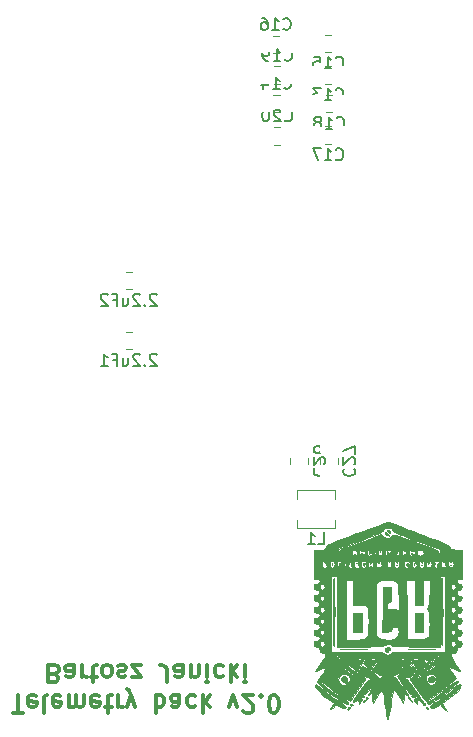
<source format=gbo>
G04 #@! TF.GenerationSoftware,KiCad,Pcbnew,(5.1.12)-1*
G04 #@! TF.CreationDate,2022-07-24T10:45:22+02:00*
G04 #@! TF.ProjectId,telemetria tyl,74656c65-6d65-4747-9269-612074796c2e,rev?*
G04 #@! TF.SameCoordinates,Original*
G04 #@! TF.FileFunction,Legend,Bot*
G04 #@! TF.FilePolarity,Positive*
%FSLAX46Y46*%
G04 Gerber Fmt 4.6, Leading zero omitted, Abs format (unit mm)*
G04 Created by KiCad (PCBNEW (5.1.12)-1) date 2022-07-24 10:45:22*
%MOMM*%
%LPD*%
G01*
G04 APERTURE LIST*
%ADD10C,0.300000*%
%ADD11C,0.010000*%
%ADD12C,0.120000*%
%ADD13C,0.150000*%
%ADD14R,2.250000X2.250000*%
%ADD15C,2.250000*%
%ADD16C,5.100000*%
%ADD17C,10.000000*%
%ADD18C,0.900000*%
%ADD19R,1.700000X1.700000*%
%ADD20O,1.700000X1.700000*%
%ADD21R,1.500000X1.200000*%
%ADD22C,1.440000*%
G04 APERTURE END LIST*
D10*
X148698571Y-154686928D02*
X149555714Y-154686928D01*
X149127142Y-153186928D02*
X149127142Y-154686928D01*
X150627142Y-153258357D02*
X150484285Y-153186928D01*
X150198571Y-153186928D01*
X150055714Y-153258357D01*
X149984285Y-153401214D01*
X149984285Y-153972642D01*
X150055714Y-154115500D01*
X150198571Y-154186928D01*
X150484285Y-154186928D01*
X150627142Y-154115500D01*
X150698571Y-153972642D01*
X150698571Y-153829785D01*
X149984285Y-153686928D01*
X151555714Y-153186928D02*
X151412857Y-153258357D01*
X151341428Y-153401214D01*
X151341428Y-154686928D01*
X152698571Y-153258357D02*
X152555714Y-153186928D01*
X152270000Y-153186928D01*
X152127142Y-153258357D01*
X152055714Y-153401214D01*
X152055714Y-153972642D01*
X152127142Y-154115500D01*
X152270000Y-154186928D01*
X152555714Y-154186928D01*
X152698571Y-154115500D01*
X152770000Y-153972642D01*
X152770000Y-153829785D01*
X152055714Y-153686928D01*
X153412857Y-153186928D02*
X153412857Y-154186928D01*
X153412857Y-154044071D02*
X153484285Y-154115500D01*
X153627142Y-154186928D01*
X153841428Y-154186928D01*
X153984285Y-154115500D01*
X154055714Y-153972642D01*
X154055714Y-153186928D01*
X154055714Y-153972642D02*
X154127142Y-154115500D01*
X154270000Y-154186928D01*
X154484285Y-154186928D01*
X154627142Y-154115500D01*
X154698571Y-153972642D01*
X154698571Y-153186928D01*
X155984285Y-153258357D02*
X155841428Y-153186928D01*
X155555714Y-153186928D01*
X155412857Y-153258357D01*
X155341428Y-153401214D01*
X155341428Y-153972642D01*
X155412857Y-154115500D01*
X155555714Y-154186928D01*
X155841428Y-154186928D01*
X155984285Y-154115500D01*
X156055714Y-153972642D01*
X156055714Y-153829785D01*
X155341428Y-153686928D01*
X156484285Y-154186928D02*
X157055714Y-154186928D01*
X156698571Y-154686928D02*
X156698571Y-153401214D01*
X156770000Y-153258357D01*
X156912857Y-153186928D01*
X157055714Y-153186928D01*
X157555714Y-153186928D02*
X157555714Y-154186928D01*
X157555714Y-153901214D02*
X157627142Y-154044071D01*
X157698571Y-154115500D01*
X157841428Y-154186928D01*
X157984285Y-154186928D01*
X158341428Y-154186928D02*
X158698571Y-153186928D01*
X159055714Y-154186928D02*
X158698571Y-153186928D01*
X158555714Y-152829785D01*
X158484285Y-152758357D01*
X158341428Y-152686928D01*
X160770000Y-153186928D02*
X160770000Y-154686928D01*
X160770000Y-154115500D02*
X160912857Y-154186928D01*
X161198571Y-154186928D01*
X161341428Y-154115500D01*
X161412857Y-154044071D01*
X161484285Y-153901214D01*
X161484285Y-153472642D01*
X161412857Y-153329785D01*
X161341428Y-153258357D01*
X161198571Y-153186928D01*
X160912857Y-153186928D01*
X160770000Y-153258357D01*
X162770000Y-153186928D02*
X162770000Y-153972642D01*
X162698571Y-154115500D01*
X162555714Y-154186928D01*
X162270000Y-154186928D01*
X162127142Y-154115500D01*
X162770000Y-153258357D02*
X162627142Y-153186928D01*
X162270000Y-153186928D01*
X162127142Y-153258357D01*
X162055714Y-153401214D01*
X162055714Y-153544071D01*
X162127142Y-153686928D01*
X162270000Y-153758357D01*
X162627142Y-153758357D01*
X162770000Y-153829785D01*
X164127142Y-153258357D02*
X163984285Y-153186928D01*
X163698571Y-153186928D01*
X163555714Y-153258357D01*
X163484285Y-153329785D01*
X163412857Y-153472642D01*
X163412857Y-153901214D01*
X163484285Y-154044071D01*
X163555714Y-154115500D01*
X163698571Y-154186928D01*
X163984285Y-154186928D01*
X164127142Y-154115500D01*
X164770000Y-153186928D02*
X164770000Y-154686928D01*
X164912857Y-153758357D02*
X165341428Y-153186928D01*
X165341428Y-154186928D02*
X164770000Y-153615500D01*
X166984285Y-154186928D02*
X167341428Y-153186928D01*
X167698571Y-154186928D01*
X168198571Y-154544071D02*
X168270000Y-154615500D01*
X168412857Y-154686928D01*
X168770000Y-154686928D01*
X168912857Y-154615500D01*
X168984285Y-154544071D01*
X169055714Y-154401214D01*
X169055714Y-154258357D01*
X168984285Y-154044071D01*
X168127142Y-153186928D01*
X169055714Y-153186928D01*
X169698571Y-153329785D02*
X169770000Y-153258357D01*
X169698571Y-153186928D01*
X169627142Y-153258357D01*
X169698571Y-153329785D01*
X169698571Y-153186928D01*
X170698571Y-154686928D02*
X170841428Y-154686928D01*
X170984285Y-154615500D01*
X171055714Y-154544071D01*
X171127142Y-154401214D01*
X171198571Y-154115500D01*
X171198571Y-153758357D01*
X171127142Y-153472642D01*
X171055714Y-153329785D01*
X170984285Y-153258357D01*
X170841428Y-153186928D01*
X170698571Y-153186928D01*
X170555714Y-153258357D01*
X170484285Y-153329785D01*
X170412857Y-153472642D01*
X170341428Y-153758357D01*
X170341428Y-154115500D01*
X170412857Y-154401214D01*
X170484285Y-154544071D01*
X170555714Y-154615500D01*
X170698571Y-154686928D01*
X152198571Y-151422642D02*
X152412857Y-151351214D01*
X152484285Y-151279785D01*
X152555714Y-151136928D01*
X152555714Y-150922642D01*
X152484285Y-150779785D01*
X152412857Y-150708357D01*
X152270000Y-150636928D01*
X151698571Y-150636928D01*
X151698571Y-152136928D01*
X152198571Y-152136928D01*
X152341428Y-152065500D01*
X152412857Y-151994071D01*
X152484285Y-151851214D01*
X152484285Y-151708357D01*
X152412857Y-151565500D01*
X152341428Y-151494071D01*
X152198571Y-151422642D01*
X151698571Y-151422642D01*
X153841428Y-150636928D02*
X153841428Y-151422642D01*
X153770000Y-151565500D01*
X153627142Y-151636928D01*
X153341428Y-151636928D01*
X153198571Y-151565500D01*
X153841428Y-150708357D02*
X153698571Y-150636928D01*
X153341428Y-150636928D01*
X153198571Y-150708357D01*
X153127142Y-150851214D01*
X153127142Y-150994071D01*
X153198571Y-151136928D01*
X153341428Y-151208357D01*
X153698571Y-151208357D01*
X153841428Y-151279785D01*
X154555714Y-150636928D02*
X154555714Y-151636928D01*
X154555714Y-151351214D02*
X154627142Y-151494071D01*
X154698571Y-151565500D01*
X154841428Y-151636928D01*
X154984285Y-151636928D01*
X155270000Y-151636928D02*
X155841428Y-151636928D01*
X155484285Y-152136928D02*
X155484285Y-150851214D01*
X155555714Y-150708357D01*
X155698571Y-150636928D01*
X155841428Y-150636928D01*
X156555714Y-150636928D02*
X156412857Y-150708357D01*
X156341428Y-150779785D01*
X156270000Y-150922642D01*
X156270000Y-151351214D01*
X156341428Y-151494071D01*
X156412857Y-151565500D01*
X156555714Y-151636928D01*
X156770000Y-151636928D01*
X156912857Y-151565500D01*
X156984285Y-151494071D01*
X157055714Y-151351214D01*
X157055714Y-150922642D01*
X156984285Y-150779785D01*
X156912857Y-150708357D01*
X156770000Y-150636928D01*
X156555714Y-150636928D01*
X157627142Y-150708357D02*
X157770000Y-150636928D01*
X158055714Y-150636928D01*
X158198571Y-150708357D01*
X158270000Y-150851214D01*
X158270000Y-150922642D01*
X158198571Y-151065500D01*
X158055714Y-151136928D01*
X157841428Y-151136928D01*
X157698571Y-151208357D01*
X157627142Y-151351214D01*
X157627142Y-151422642D01*
X157698571Y-151565500D01*
X157841428Y-151636928D01*
X158055714Y-151636928D01*
X158198571Y-151565500D01*
X158770000Y-151636928D02*
X159555714Y-151636928D01*
X158770000Y-150636928D01*
X159555714Y-150636928D01*
X161698571Y-152136928D02*
X161698571Y-151065500D01*
X161627142Y-150851214D01*
X161484285Y-150708357D01*
X161270000Y-150636928D01*
X161127142Y-150636928D01*
X163055714Y-150636928D02*
X163055714Y-151422642D01*
X162984285Y-151565500D01*
X162841428Y-151636928D01*
X162555714Y-151636928D01*
X162412857Y-151565500D01*
X163055714Y-150708357D02*
X162912857Y-150636928D01*
X162555714Y-150636928D01*
X162412857Y-150708357D01*
X162341428Y-150851214D01*
X162341428Y-150994071D01*
X162412857Y-151136928D01*
X162555714Y-151208357D01*
X162912857Y-151208357D01*
X163055714Y-151279785D01*
X163770000Y-151636928D02*
X163770000Y-150636928D01*
X163770000Y-151494071D02*
X163841428Y-151565500D01*
X163984285Y-151636928D01*
X164198571Y-151636928D01*
X164341428Y-151565500D01*
X164412857Y-151422642D01*
X164412857Y-150636928D01*
X165127142Y-150636928D02*
X165127142Y-151636928D01*
X165127142Y-152136928D02*
X165055714Y-152065500D01*
X165127142Y-151994071D01*
X165198571Y-152065500D01*
X165127142Y-152136928D01*
X165127142Y-151994071D01*
X166484285Y-150708357D02*
X166341428Y-150636928D01*
X166055714Y-150636928D01*
X165912857Y-150708357D01*
X165841428Y-150779785D01*
X165770000Y-150922642D01*
X165770000Y-151351214D01*
X165841428Y-151494071D01*
X165912857Y-151565500D01*
X166055714Y-151636928D01*
X166341428Y-151636928D01*
X166484285Y-151565500D01*
X167127142Y-150636928D02*
X167127142Y-152136928D01*
X167270000Y-151208357D02*
X167698571Y-150636928D01*
X167698571Y-151636928D02*
X167127142Y-151065500D01*
X168341428Y-150636928D02*
X168341428Y-151636928D01*
X168341428Y-152136928D02*
X168270000Y-152065500D01*
X168341428Y-151994071D01*
X168412857Y-152065500D01*
X168341428Y-152136928D01*
X168341428Y-151994071D01*
D11*
G36*
X180432048Y-155223521D02*
G01*
X180481650Y-155041025D01*
X180543779Y-154741208D01*
X180613026Y-154349267D01*
X180659298Y-154056999D01*
X180730199Y-153608479D01*
X180796153Y-153225658D01*
X180851856Y-152936773D01*
X180892005Y-152770064D01*
X180906576Y-152740429D01*
X180972243Y-152806664D01*
X181105039Y-152981160D01*
X181279734Y-153230246D01*
X181334833Y-153311929D01*
X181715833Y-153881667D01*
X181758167Y-153423086D01*
X181787163Y-153167072D01*
X181820768Y-153054068D01*
X181872021Y-153057962D01*
X181916700Y-153105586D01*
X182042817Y-153219768D01*
X182110291Y-153246667D01*
X182107187Y-153185720D01*
X182020388Y-153023461D01*
X181872032Y-152790762D01*
X181684258Y-152518496D01*
X181479205Y-152237535D01*
X181279012Y-151978751D01*
X181105819Y-151773017D01*
X180981764Y-151651204D01*
X180953833Y-151634019D01*
X180837540Y-151574907D01*
X180826833Y-151552222D01*
X180936558Y-151528166D01*
X181023577Y-151511097D01*
X181159681Y-151453411D01*
X181395285Y-151323318D01*
X181689979Y-151143801D01*
X181845470Y-151043602D01*
X182512953Y-150605387D01*
X182332074Y-150360735D01*
X182223568Y-150190109D01*
X182188251Y-150083523D01*
X182192302Y-150074976D01*
X182259535Y-150115272D01*
X182278622Y-150135918D01*
X182603582Y-150135918D01*
X182669994Y-150055204D01*
X182816500Y-150029333D01*
X182975661Y-150055234D01*
X182982303Y-150061523D01*
X183366833Y-150061523D01*
X183419010Y-150066094D01*
X183530831Y-150151505D01*
X183572303Y-150174398D01*
X183973148Y-150174398D01*
X183993748Y-150127082D01*
X184078999Y-150036188D01*
X184128009Y-150054834D01*
X184128833Y-150066670D01*
X184068696Y-150138283D01*
X184031085Y-150164418D01*
X183973148Y-150174398D01*
X183572303Y-150174398D01*
X183702386Y-150246203D01*
X183805998Y-150233042D01*
X183874146Y-150203611D01*
X183825308Y-150279547D01*
X183812068Y-150296038D01*
X183749825Y-150426314D01*
X183762679Y-150481624D01*
X183756263Y-150534005D01*
X183729348Y-150537333D01*
X183629693Y-150473304D01*
X183502650Y-150325588D01*
X183398933Y-150160749D01*
X183366833Y-150061523D01*
X182982303Y-150061523D01*
X183028167Y-150104942D01*
X182958763Y-150197526D01*
X182811538Y-150252024D01*
X182681859Y-150236278D01*
X182603582Y-150135918D01*
X182278622Y-150135918D01*
X182394292Y-150261029D01*
X182549852Y-150457734D01*
X182606385Y-150537333D01*
X183112833Y-150537333D01*
X183143811Y-150467643D01*
X183169278Y-150480889D01*
X183179411Y-150581369D01*
X183169278Y-150593778D01*
X183118943Y-150582156D01*
X183112833Y-150537333D01*
X182606385Y-150537333D01*
X182765627Y-150761547D01*
X182898151Y-150980183D01*
X182939957Y-151098779D01*
X182883581Y-151102469D01*
X182869513Y-151094267D01*
X182727710Y-151088774D01*
X182622291Y-151142419D01*
X182533484Y-151205752D01*
X182555401Y-151164587D01*
X182628136Y-151077181D01*
X182724868Y-150935854D01*
X182702447Y-150842155D01*
X182658966Y-150801126D01*
X182572425Y-150771595D01*
X182433922Y-150806330D01*
X182216063Y-150916808D01*
X181891456Y-151114508D01*
X181853381Y-151138682D01*
X181167270Y-151575391D01*
X181448278Y-151966529D01*
X181546270Y-152103667D01*
X182012167Y-152103667D01*
X182054500Y-152061333D01*
X182096833Y-152103667D01*
X182054500Y-152146000D01*
X182012167Y-152103667D01*
X181546270Y-152103667D01*
X181671020Y-152278250D01*
X181912813Y-152619068D01*
X182012079Y-152759833D01*
X182193220Y-153006114D01*
X182316710Y-153126759D01*
X182416497Y-153138551D01*
X182526529Y-153058273D01*
X182556452Y-153028953D01*
X182658306Y-152957891D01*
X182689500Y-152981818D01*
X182627108Y-153091072D01*
X182513948Y-153190693D01*
X182410884Y-153304871D01*
X182441968Y-153375661D01*
X182572904Y-153376978D01*
X182695001Y-153328389D01*
X182847733Y-153270295D01*
X182915669Y-153275281D01*
X182885335Y-153341053D01*
X182781418Y-153412119D01*
X182638352Y-153516631D01*
X182626503Y-153635285D01*
X182745793Y-153810844D01*
X182780599Y-153851120D01*
X182900997Y-153983049D01*
X182937736Y-153990312D01*
X182918875Y-153875492D01*
X182916339Y-153863613D01*
X182920038Y-153689198D01*
X182987728Y-153577157D01*
X183079641Y-153560672D01*
X183153752Y-153665543D01*
X183231960Y-153800291D01*
X183320127Y-153838537D01*
X183366480Y-153760341D01*
X183366833Y-153747610D01*
X183320568Y-153647507D01*
X183193957Y-153438448D01*
X183005277Y-153149126D01*
X182772805Y-152808236D01*
X182723431Y-152737491D01*
X182407240Y-152302711D01*
X182171377Y-152015642D01*
X182016151Y-151876636D01*
X181961431Y-151864607D01*
X181853758Y-151876995D01*
X181864842Y-151795408D01*
X181985989Y-151637363D01*
X182160156Y-151464109D01*
X182477478Y-151172333D01*
X182228982Y-151447500D01*
X182088263Y-151625303D01*
X182076304Y-151702167D01*
X182187752Y-151680534D01*
X182417254Y-151562844D01*
X182759458Y-151351541D01*
X183209012Y-151049065D01*
X183409167Y-150909111D01*
X183872438Y-150578298D01*
X184209143Y-150327192D01*
X184434329Y-150142659D01*
X184563041Y-150011565D01*
X184610328Y-149920775D01*
X184600297Y-149869380D01*
X184618189Y-149796183D01*
X184737670Y-149778561D01*
X184824350Y-149793145D01*
X184825705Y-149847933D01*
X184728105Y-149965663D01*
X184517920Y-150169074D01*
X184485331Y-150199531D01*
X184226933Y-150419776D01*
X183875378Y-150691442D01*
X183481275Y-150976482D01*
X183172998Y-151186184D01*
X182838807Y-151406142D01*
X182559930Y-151589753D01*
X182364637Y-151718403D01*
X182281193Y-151773475D01*
X182280493Y-151773943D01*
X182301907Y-151830674D01*
X182689701Y-151830674D01*
X182758857Y-151759679D01*
X182938119Y-151642238D01*
X183137954Y-151530905D01*
X183456303Y-151338238D01*
X183800523Y-151090595D01*
X184005586Y-150920865D01*
X184243481Y-150719067D01*
X184420965Y-150589370D01*
X184520263Y-150540591D01*
X184523600Y-150581548D01*
X184458384Y-150664333D01*
X185398833Y-150664333D01*
X185441167Y-150622000D01*
X185483500Y-150664333D01*
X185441167Y-150706667D01*
X185398833Y-150664333D01*
X184458384Y-150664333D01*
X184417122Y-150716709D01*
X184242213Y-150882069D01*
X183995350Y-151078513D01*
X183706673Y-151286604D01*
X183406323Y-151486906D01*
X183124439Y-151659983D01*
X182891162Y-151786398D01*
X182736633Y-151846714D01*
X182689701Y-151830674D01*
X182301907Y-151830674D01*
X182308899Y-151849197D01*
X182327270Y-151878876D01*
X183630714Y-151878876D01*
X183671986Y-151633274D01*
X183749308Y-151521620D01*
X183974326Y-151401684D01*
X184231397Y-151409010D01*
X184419119Y-151517048D01*
X184542639Y-151746202D01*
X184533739Y-152006086D01*
X184399847Y-152231954D01*
X184330744Y-152287178D01*
X184154845Y-152380403D01*
X184010327Y-152369133D01*
X183886244Y-152307656D01*
X183705946Y-152125556D01*
X183630714Y-151878876D01*
X182327270Y-151878876D01*
X182419621Y-152028064D01*
X182590816Y-152280646D01*
X182800643Y-152577046D01*
X183027259Y-152887368D01*
X183248821Y-153181715D01*
X183443486Y-153430190D01*
X183589414Y-153602895D01*
X183664760Y-153669934D01*
X183665737Y-153670000D01*
X183811109Y-153620099D01*
X184052431Y-153484142D01*
X184362337Y-153282754D01*
X184713463Y-153036556D01*
X185078443Y-152766170D01*
X185429913Y-152492219D01*
X185740508Y-152235326D01*
X185982864Y-152016113D01*
X186129615Y-151855202D01*
X186160833Y-151789664D01*
X186113927Y-151679840D01*
X185992124Y-151482499D01*
X185854368Y-151285531D01*
X185700399Y-151060178D01*
X185606641Y-150891838D01*
X185592163Y-150823781D01*
X185687365Y-150831172D01*
X185874522Y-150902056D01*
X185962129Y-150943897D01*
X186299390Y-151106688D01*
X186496445Y-151176959D01*
X186559413Y-151147406D01*
X186494415Y-151010726D01*
X186307572Y-150759616D01*
X186214274Y-150643034D01*
X185918168Y-150241832D01*
X185758444Y-149939375D01*
X185734831Y-149734406D01*
X185847059Y-149625670D01*
X185991500Y-149606000D01*
X186171408Y-149585021D01*
X186237718Y-149486060D01*
X186245500Y-149352000D01*
X186268281Y-149170473D01*
X186365121Y-149104066D01*
X186457167Y-149098000D01*
X186608439Y-149070663D01*
X186663778Y-148954455D01*
X186668833Y-148844000D01*
X186646052Y-148662473D01*
X186549212Y-148596066D01*
X186457167Y-148590000D01*
X186296045Y-148555031D01*
X186246394Y-148417340D01*
X186245500Y-148378333D01*
X186280469Y-148217212D01*
X186418160Y-148167561D01*
X186457167Y-148166667D01*
X186608439Y-148139329D01*
X186663778Y-148023121D01*
X186668833Y-147912667D01*
X186646052Y-147731140D01*
X186549212Y-147664733D01*
X186457167Y-147658667D01*
X186305894Y-147631329D01*
X186250555Y-147515121D01*
X186245500Y-147404667D01*
X186268281Y-147223140D01*
X186365121Y-147156733D01*
X186457167Y-147150667D01*
X186608439Y-147123329D01*
X186663778Y-147007121D01*
X186668833Y-146896667D01*
X186646052Y-146715140D01*
X186549212Y-146648733D01*
X186457167Y-146642667D01*
X186296045Y-146607697D01*
X186246394Y-146470007D01*
X186245500Y-146431000D01*
X186280469Y-146269878D01*
X186418160Y-146220227D01*
X186457167Y-146219333D01*
X186608439Y-146191996D01*
X186663778Y-146075788D01*
X186668833Y-145965333D01*
X186646052Y-145783807D01*
X186549212Y-145717399D01*
X186457167Y-145711333D01*
X186305894Y-145683996D01*
X186250555Y-145567788D01*
X186245500Y-145457333D01*
X186268281Y-145275807D01*
X186365121Y-145209399D01*
X186457167Y-145203333D01*
X186618288Y-145168364D01*
X186667939Y-145030674D01*
X186668833Y-144991667D01*
X186633864Y-144830545D01*
X186496173Y-144780894D01*
X186457167Y-144780000D01*
X186305894Y-144752663D01*
X186250555Y-144636455D01*
X186245500Y-144526000D01*
X186268281Y-144344473D01*
X186365121Y-144278066D01*
X186457167Y-144272000D01*
X186608439Y-144244663D01*
X186663778Y-144128455D01*
X186668833Y-144018000D01*
X186646052Y-143836473D01*
X186549212Y-143770066D01*
X186457167Y-143764000D01*
X186296045Y-143729031D01*
X186246394Y-143591340D01*
X186245500Y-143552333D01*
X186280469Y-143391212D01*
X186418160Y-143341561D01*
X186457167Y-143340667D01*
X186668833Y-143340667D01*
X186668833Y-140885333D01*
X186209055Y-140885333D01*
X185940523Y-140877550D01*
X185797477Y-140843216D01*
X185736371Y-140765853D01*
X185722222Y-140701121D01*
X185696393Y-140642421D01*
X185625330Y-140576519D01*
X185493367Y-140496425D01*
X185284837Y-140395146D01*
X184984072Y-140265692D01*
X184575406Y-140101071D01*
X184043170Y-139894293D01*
X183371699Y-139638366D01*
X183166769Y-139560791D01*
X182544326Y-139325882D01*
X181968859Y-139109598D01*
X181460513Y-138919440D01*
X181039436Y-138762911D01*
X180725774Y-138647512D01*
X180539673Y-138580745D01*
X180499769Y-138567674D01*
X180389608Y-138587877D01*
X180141266Y-138662342D01*
X179774487Y-138784225D01*
X179309014Y-138946687D01*
X178764591Y-139142886D01*
X178160963Y-139365981D01*
X177758524Y-139517504D01*
X177043260Y-139789603D01*
X176471104Y-140009998D01*
X176026366Y-140185785D01*
X175693356Y-140324057D01*
X175456385Y-140431911D01*
X175299764Y-140516440D01*
X175207802Y-140584740D01*
X175164812Y-140643906D01*
X175155024Y-140694833D01*
X175140554Y-140800679D01*
X175072014Y-140857844D01*
X174909884Y-140881124D01*
X174646167Y-140885333D01*
X174138167Y-140885333D01*
X174138167Y-141113056D01*
X176170167Y-141113056D01*
X176170167Y-140832778D01*
X178075167Y-140127076D01*
X178607116Y-139926115D01*
X179081829Y-139739298D01*
X179477488Y-139575828D01*
X179772272Y-139444907D01*
X179944362Y-139355738D01*
X179980167Y-139323621D01*
X180052019Y-139160163D01*
X180228897Y-139055625D01*
X180452777Y-139023214D01*
X180665638Y-139076137D01*
X180757286Y-139146729D01*
X180901627Y-139311001D01*
X180959864Y-139379562D01*
X181062529Y-139438115D01*
X181301441Y-139543455D01*
X181653103Y-139686199D01*
X182094016Y-139856962D01*
X182600684Y-140046360D01*
X182928212Y-140165667D01*
X184805863Y-140843000D01*
X184806015Y-141118167D01*
X184796426Y-141290222D01*
X184735899Y-141367131D01*
X184577173Y-141383180D01*
X184446333Y-141379101D01*
X184086500Y-141364868D01*
X184409178Y-141331348D01*
X184619813Y-141294872D01*
X184703274Y-141224767D01*
X184705512Y-141114357D01*
X184665813Y-141022731D01*
X184557460Y-140931475D01*
X184355007Y-140826557D01*
X184033004Y-140693948D01*
X183747833Y-140586366D01*
X182956846Y-140295915D01*
X182311569Y-140064086D01*
X181800272Y-139887159D01*
X181411225Y-139761416D01*
X181132698Y-139683137D01*
X180952960Y-139648605D01*
X180860282Y-139654099D01*
X180845285Y-139666159D01*
X180728227Y-139774359D01*
X180583844Y-139865073D01*
X180427689Y-139921588D01*
X180282949Y-139885143D01*
X180128841Y-139782781D01*
X179874494Y-139594734D01*
X178678497Y-140036218D01*
X178195716Y-140214282D01*
X177710480Y-140392999D01*
X177272507Y-140554072D01*
X176931516Y-140679205D01*
X176868667Y-140702210D01*
X176548882Y-140827284D01*
X176360811Y-140926693D01*
X176273337Y-141021240D01*
X176254833Y-141112582D01*
X176264787Y-141153445D01*
X177355500Y-141153445D01*
X177379970Y-140980218D01*
X177489253Y-140918930D01*
X177597016Y-140913556D01*
X177772620Y-140938948D01*
X177837361Y-141050688D01*
X177842609Y-141118167D01*
X177963709Y-141118167D01*
X177973690Y-140931711D01*
X178058321Y-140895009D01*
X178185233Y-140986933D01*
X178269128Y-141045838D01*
X178286833Y-140986933D01*
X178342196Y-140891644D01*
X178371500Y-140885333D01*
X178430447Y-140959032D01*
X178456128Y-141137144D01*
X178456138Y-141139333D01*
X178625500Y-141139333D01*
X178645916Y-140960268D01*
X178739604Y-140897709D01*
X178858333Y-140895155D01*
X178986399Y-140911632D01*
X178954614Y-140940495D01*
X178943000Y-140943696D01*
X178822981Y-141051516D01*
X178806618Y-141139333D01*
X179218167Y-141139333D01*
X179242691Y-140960992D01*
X179301780Y-140885353D01*
X179302833Y-140885333D01*
X179362280Y-140958906D01*
X179386437Y-141128750D01*
X179556833Y-141128750D01*
X179586806Y-140967111D01*
X179651413Y-140882335D01*
X179712685Y-140904100D01*
X179732851Y-140991167D01*
X179749869Y-141053559D01*
X179782240Y-140991167D01*
X179864030Y-140887293D01*
X179940145Y-140929134D01*
X179979388Y-141095004D01*
X179980167Y-141128750D01*
X179978657Y-141139333D01*
X180149500Y-141139333D01*
X180170479Y-140959425D01*
X180269440Y-140893115D01*
X180403500Y-140885333D01*
X180595488Y-140919063D01*
X180657500Y-140998222D01*
X180615928Y-141149947D01*
X180512820Y-141150401D01*
X180435731Y-141074517D01*
X180350486Y-140979445D01*
X180323984Y-141036214D01*
X180321526Y-141112278D01*
X180383122Y-141277781D01*
X180509333Y-141333581D01*
X180547917Y-141345143D01*
X181045227Y-141345143D01*
X181059667Y-141337260D01*
X181141503Y-141229002D01*
X181165500Y-141089945D01*
X181195390Y-140934237D01*
X181250167Y-140885333D01*
X181314597Y-140957568D01*
X181334833Y-141089945D01*
X181345883Y-141139333D01*
X181588833Y-141139333D01*
X181606492Y-140965122D01*
X181694622Y-140899437D01*
X181864000Y-140893773D01*
X182040266Y-140902734D01*
X182058871Y-140923057D01*
X181931467Y-140968729D01*
X181927500Y-140970000D01*
X181807064Y-141021546D01*
X181853705Y-141045535D01*
X181864000Y-141046227D01*
X181989863Y-141093528D01*
X182012167Y-141139333D01*
X182181500Y-141139333D01*
X182208353Y-140938339D01*
X182292225Y-140895286D01*
X182418567Y-140986933D01*
X182502461Y-141045838D01*
X182520167Y-140986933D01*
X182575530Y-140891644D01*
X182604833Y-140885333D01*
X182664280Y-140958906D01*
X182689493Y-141136173D01*
X182689500Y-141139333D01*
X182858833Y-141139333D01*
X182875353Y-140968681D01*
X182959143Y-140898686D01*
X183155167Y-140885333D01*
X183354261Y-140899493D01*
X183435922Y-140971313D01*
X183451500Y-141139333D01*
X183434980Y-141309986D01*
X183351190Y-141379981D01*
X183155167Y-141393333D01*
X182956072Y-141379174D01*
X182874411Y-141307354D01*
X182858833Y-141139333D01*
X182689500Y-141139333D01*
X182668521Y-141319242D01*
X182569560Y-141385552D01*
X182435500Y-141393333D01*
X182255592Y-141372354D01*
X182189281Y-141273394D01*
X182181500Y-141139333D01*
X182012167Y-141139333D01*
X181941935Y-141215256D01*
X181864000Y-141232440D01*
X181804756Y-141254351D01*
X181912589Y-141303818D01*
X181927500Y-141308667D01*
X182057712Y-141354990D01*
X182042149Y-141375683D01*
X181869158Y-141384735D01*
X181864000Y-141384894D01*
X181674684Y-141374400D01*
X181600597Y-141295321D01*
X181588833Y-141139333D01*
X181345883Y-141139333D01*
X181373749Y-141263865D01*
X181440667Y-141337260D01*
X181439131Y-141364647D01*
X181303047Y-141379231D01*
X181250167Y-141379965D01*
X181084915Y-141369963D01*
X181045227Y-141345143D01*
X180547917Y-141345143D01*
X180596369Y-141359662D01*
X180522429Y-141376190D01*
X180424667Y-141381803D01*
X180235480Y-141373725D01*
X180161375Y-141296377D01*
X180149500Y-141139333D01*
X179978657Y-141139333D01*
X179954967Y-141305352D01*
X179849621Y-141367703D01*
X179768500Y-141372167D01*
X179614933Y-141343188D01*
X179560715Y-141222040D01*
X179556833Y-141128750D01*
X179386437Y-141128750D01*
X179387493Y-141136173D01*
X179387500Y-141139333D01*
X179362976Y-141317675D01*
X179303887Y-141393314D01*
X179302833Y-141393333D01*
X179243386Y-141319761D01*
X179218173Y-141142494D01*
X179218167Y-141139333D01*
X178806618Y-141139333D01*
X178801517Y-141166708D01*
X178821503Y-141269399D01*
X178850906Y-141245167D01*
X178940810Y-141146166D01*
X179027690Y-141179590D01*
X179048833Y-141266333D01*
X178975232Y-141368477D01*
X178837167Y-141393333D01*
X178685894Y-141365996D01*
X178630555Y-141249788D01*
X178625500Y-141139333D01*
X178456138Y-141139333D01*
X178456167Y-141144957D01*
X178438761Y-141324707D01*
X178354849Y-141383729D01*
X178223333Y-141377791D01*
X178041992Y-141317151D01*
X177969033Y-141156991D01*
X177963709Y-141118167D01*
X177842609Y-141118167D01*
X177845354Y-141153445D01*
X177827722Y-141324643D01*
X177726207Y-141386805D01*
X177603837Y-141393333D01*
X177426198Y-141370646D01*
X177361940Y-141268064D01*
X177355500Y-141153445D01*
X176264787Y-141153445D01*
X176286123Y-141241033D01*
X176410156Y-141306722D01*
X176572333Y-141331657D01*
X176889833Y-141364868D01*
X176530000Y-141379101D01*
X176304512Y-141380724D01*
X176200817Y-141338375D01*
X176171615Y-141217083D01*
X176170167Y-141113056D01*
X174138167Y-141113056D01*
X174138167Y-142169445D01*
X174815500Y-142169445D01*
X174832829Y-141976485D01*
X174869552Y-141875504D01*
X174959164Y-141887636D01*
X175097133Y-141989067D01*
X175214855Y-142113000D01*
X175492833Y-142113000D01*
X175508647Y-141912602D01*
X175579813Y-141830563D01*
X175704500Y-141816667D01*
X175847641Y-141838807D01*
X175906241Y-141938438D01*
X175916167Y-142113000D01*
X176085500Y-142113000D01*
X176101314Y-141912602D01*
X176172479Y-141830563D01*
X176297167Y-141816667D01*
X176456281Y-141845649D01*
X176508833Y-141901333D01*
X176440257Y-141976448D01*
X176381833Y-141986000D01*
X176279690Y-142059601D01*
X176270976Y-142108003D01*
X176678167Y-142108003D01*
X176698222Y-141915355D01*
X176751276Y-141854081D01*
X176762833Y-141859000D01*
X176823833Y-141973456D01*
X176847500Y-142160330D01*
X176824201Y-142324667D01*
X176932167Y-142324667D01*
X176996596Y-142242460D01*
X177016833Y-142240000D01*
X177079939Y-142167394D01*
X177101500Y-142023337D01*
X177128376Y-141879286D01*
X177186167Y-141859000D01*
X177259869Y-141979632D01*
X177270833Y-142058730D01*
X177286954Y-142113000D01*
X177524833Y-142113000D01*
X177540911Y-141912340D01*
X177612162Y-141830245D01*
X177731503Y-141816667D01*
X177910776Y-141847885D01*
X177990500Y-141901333D01*
X177961737Y-141968994D01*
X177847330Y-141995822D01*
X177736346Y-142012691D01*
X177791311Y-142042690D01*
X177882084Y-142113000D01*
X178117500Y-142113000D01*
X178133578Y-141912340D01*
X178204829Y-141830245D01*
X178324170Y-141816667D01*
X178503443Y-141847885D01*
X178583167Y-141901333D01*
X178557243Y-141967974D01*
X178461163Y-141986000D01*
X178319345Y-142037776D01*
X178286833Y-142113000D01*
X178332551Y-142225672D01*
X178371500Y-142240000D01*
X178452913Y-142174912D01*
X178456167Y-142150337D01*
X178508036Y-142099771D01*
X178540833Y-142113000D01*
X178585532Y-142169445D01*
X178710167Y-142169445D01*
X178731352Y-141977152D01*
X178780287Y-141862346D01*
X178835045Y-141858175D01*
X178864541Y-141936071D01*
X178913106Y-142053604D01*
X178939874Y-142070667D01*
X179022993Y-142011573D01*
X179100307Y-141922500D01*
X179173132Y-141845549D01*
X179206098Y-141889051D01*
X179215333Y-142076723D01*
X179215412Y-142085215D01*
X179390141Y-142085215D01*
X179390193Y-142078949D01*
X179398607Y-141888208D01*
X179430821Y-141843454D01*
X179504490Y-141921450D01*
X179507179Y-141924989D01*
X179600116Y-142025107D01*
X179653812Y-141986962D01*
X179673222Y-141940789D01*
X179750976Y-141846243D01*
X179831983Y-141889678D01*
X179886941Y-142042901D01*
X179892309Y-142113000D01*
X179980167Y-142113000D01*
X180001432Y-141917133D01*
X180053722Y-141819226D01*
X180064833Y-141816667D01*
X180120795Y-141891096D01*
X180148769Y-142074110D01*
X180148982Y-142085483D01*
X180318833Y-142085483D01*
X180331175Y-141894803D01*
X180375252Y-141850560D01*
X180418419Y-141882386D01*
X180551762Y-141934012D01*
X180621804Y-141895825D01*
X180691731Y-141876384D01*
X180717565Y-141991227D01*
X180717406Y-142098922D01*
X180715685Y-142113000D01*
X180911500Y-142113000D01*
X180938234Y-141902128D01*
X181004687Y-141816344D01*
X181090232Y-141874851D01*
X181116111Y-141922500D01*
X181171733Y-141984519D01*
X181215065Y-141921973D01*
X181294018Y-141846225D01*
X181369427Y-141907952D01*
X181415254Y-142076798D01*
X181419500Y-142160330D01*
X181418387Y-142169445D01*
X181758167Y-142169445D01*
X181783649Y-141942777D01*
X181884601Y-141839188D01*
X182068611Y-141816667D01*
X182227235Y-141862440D01*
X182266167Y-141986000D01*
X182233437Y-142113000D01*
X182435500Y-142113000D01*
X182473022Y-141889867D01*
X182576650Y-141814544D01*
X182732975Y-141895149D01*
X182757233Y-141918267D01*
X182839256Y-142080451D01*
X182844006Y-142113000D01*
X183028167Y-142113000D01*
X183054901Y-141902128D01*
X183121353Y-141816344D01*
X183206898Y-141874851D01*
X183232778Y-141922500D01*
X183288399Y-141984519D01*
X183331731Y-141921973D01*
X183410685Y-141846225D01*
X183486094Y-141907952D01*
X183531921Y-142076798D01*
X183536167Y-142160330D01*
X183535746Y-142163782D01*
X183620833Y-142163782D01*
X183644451Y-141954957D01*
X183701949Y-141860751D01*
X183773289Y-141903956D01*
X183799593Y-141960430D01*
X183850799Y-142066880D01*
X183896344Y-142014244D01*
X183917137Y-141964833D01*
X184006263Y-141830036D01*
X184082596Y-141851214D01*
X184095714Y-141901333D01*
X184298167Y-141901333D01*
X184370623Y-141837688D01*
X184509833Y-141816667D01*
X184669498Y-141854335D01*
X184721500Y-141926733D01*
X184666326Y-142079733D01*
X184655122Y-142093892D01*
X184890833Y-142093892D01*
X184908567Y-141903227D01*
X184967924Y-141859505D01*
X184996667Y-141873057D01*
X185165340Y-141916536D01*
X185267869Y-141912151D01*
X185379963Y-141906489D01*
X185358177Y-141973409D01*
X185310202Y-142033866D01*
X185259341Y-142118627D01*
X185484235Y-142118627D01*
X185523227Y-141919927D01*
X185580368Y-141826108D01*
X185654271Y-141890119D01*
X185663834Y-141903706D01*
X185745993Y-141978761D01*
X185793334Y-141922500D01*
X185872609Y-141816604D01*
X185944495Y-141858010D01*
X185987338Y-142025287D01*
X185991500Y-142118624D01*
X185979337Y-142318271D01*
X185917010Y-142394920D01*
X185765757Y-142394518D01*
X185759390Y-142393791D01*
X185557946Y-142305808D01*
X185484235Y-142118627D01*
X185259341Y-142118627D01*
X185235779Y-142157893D01*
X185290351Y-142217583D01*
X185293000Y-142218491D01*
X185397210Y-142285828D01*
X185354684Y-142347636D01*
X185187039Y-142380189D01*
X185144833Y-142381111D01*
X184972326Y-142363765D01*
X184902996Y-142277085D01*
X184890833Y-142093892D01*
X184655122Y-142093892D01*
X184619900Y-142138400D01*
X184560995Y-142222295D01*
X184619900Y-142240000D01*
X184715189Y-142295363D01*
X184721500Y-142324667D01*
X184649044Y-142388313D01*
X184509833Y-142409333D01*
X184338873Y-142359018D01*
X184306656Y-142231834D01*
X184399767Y-142087600D01*
X184458671Y-142003705D01*
X184399767Y-141986000D01*
X184304477Y-141930637D01*
X184298167Y-141901333D01*
X184095714Y-141901333D01*
X184125516Y-142015188D01*
X184128833Y-142100116D01*
X184112304Y-142294273D01*
X184031500Y-142373581D01*
X183874833Y-142390786D01*
X183694798Y-142375200D01*
X183628321Y-142282312D01*
X183620833Y-142163782D01*
X183535746Y-142163782D01*
X183514606Y-142336821D01*
X183414041Y-142401847D01*
X183282167Y-142409333D01*
X183111514Y-142392814D01*
X183041519Y-142309024D01*
X183028167Y-142113000D01*
X182844006Y-142113000D01*
X182858833Y-142214600D01*
X182819326Y-142364121D01*
X182670784Y-142409005D01*
X182647167Y-142409333D01*
X182504025Y-142387193D01*
X182445426Y-142287562D01*
X182435500Y-142113000D01*
X182233437Y-142113000D01*
X182230710Y-142123581D01*
X182181500Y-142155333D01*
X182100087Y-142090246D01*
X182096833Y-142065670D01*
X182044963Y-142015104D01*
X182012167Y-142028333D01*
X181928852Y-142135547D01*
X181991411Y-142220867D01*
X182096833Y-142240000D01*
X182234414Y-142275456D01*
X182266167Y-142324667D01*
X182192594Y-142384114D01*
X182015327Y-142409327D01*
X182012167Y-142409333D01*
X181831871Y-142387878D01*
X181765507Y-142289905D01*
X181758167Y-142169445D01*
X181418387Y-142169445D01*
X181397939Y-142336821D01*
X181297375Y-142401847D01*
X181165500Y-142409333D01*
X180994847Y-142392814D01*
X180924852Y-142309024D01*
X180911500Y-142113000D01*
X180715685Y-142113000D01*
X180693076Y-142297939D01*
X180612938Y-142377517D01*
X180514020Y-142388167D01*
X180382397Y-142363396D01*
X180327887Y-142256832D01*
X180318833Y-142085483D01*
X180148982Y-142085483D01*
X180149500Y-142113000D01*
X180128234Y-142308868D01*
X180075945Y-142406774D01*
X180064833Y-142409333D01*
X180008871Y-142334905D01*
X179980898Y-142151890D01*
X179980167Y-142113000D01*
X179892309Y-142113000D01*
X179895500Y-142154668D01*
X179874209Y-142326298D01*
X179774614Y-142387114D01*
X179641500Y-142390786D01*
X179472486Y-142369766D01*
X179402675Y-142285250D01*
X179390141Y-142085215D01*
X179215412Y-142085215D01*
X179215474Y-142091833D01*
X179192201Y-142312176D01*
X179129856Y-142408676D01*
X179046665Y-142362227D01*
X179013555Y-142303500D01*
X178957952Y-142241236D01*
X178914778Y-142303500D01*
X178824784Y-142406686D01*
X178746636Y-142361192D01*
X178710362Y-142186695D01*
X178710167Y-142169445D01*
X178585532Y-142169445D01*
X178634188Y-142230886D01*
X178587492Y-142343219D01*
X178425685Y-142406351D01*
X178371500Y-142409333D01*
X178200847Y-142392814D01*
X178130852Y-142309024D01*
X178117500Y-142113000D01*
X177882084Y-142113000D01*
X177927147Y-142147904D01*
X177973884Y-142244535D01*
X177974885Y-142362756D01*
X177865107Y-142405970D01*
X177770907Y-142409333D01*
X177605450Y-142391981D01*
X177537592Y-142305814D01*
X177524833Y-142113000D01*
X177286954Y-142113000D01*
X177326284Y-142245398D01*
X177372433Y-142307733D01*
X177407507Y-142377880D01*
X177307407Y-142406482D01*
X177203100Y-142409333D01*
X177017569Y-142386227D01*
X176932715Y-142330062D01*
X176932167Y-142324667D01*
X176824201Y-142324667D01*
X176822523Y-142336500D01*
X176762833Y-142409333D01*
X176707244Y-142334816D01*
X176679040Y-142151205D01*
X176678167Y-142108003D01*
X176270976Y-142108003D01*
X176254833Y-142197667D01*
X176225851Y-142356782D01*
X176170167Y-142409333D01*
X176114204Y-142334905D01*
X176086231Y-142151890D01*
X176085500Y-142113000D01*
X175916167Y-142113000D01*
X175900352Y-142313398D01*
X175829187Y-142395438D01*
X175704500Y-142409333D01*
X175561358Y-142387193D01*
X175502759Y-142287562D01*
X175492833Y-142113000D01*
X175214855Y-142113000D01*
X175232708Y-142131794D01*
X175315139Y-142267813D01*
X175322037Y-142303500D01*
X175248419Y-142380702D01*
X175069500Y-142409333D01*
X174889204Y-142387878D01*
X174822840Y-142289905D01*
X174815500Y-142169445D01*
X174138167Y-142169445D01*
X174138167Y-142578667D01*
X183874833Y-142578667D01*
X183905811Y-142508977D01*
X183931278Y-142522222D01*
X183941411Y-142622702D01*
X183931278Y-142635111D01*
X183880943Y-142623489D01*
X183874833Y-142578667D01*
X174138167Y-142578667D01*
X174138167Y-143340667D01*
X174392167Y-143340667D01*
X174573693Y-143363448D01*
X174640101Y-143460288D01*
X174646167Y-143552333D01*
X174618829Y-143703606D01*
X174502621Y-143758945D01*
X174392167Y-143764000D01*
X174212258Y-143784979D01*
X174145948Y-143883940D01*
X174138167Y-144018000D01*
X174646167Y-144018000D01*
X174668948Y-143836473D01*
X174765788Y-143770066D01*
X174857833Y-143764000D01*
X175009105Y-143791338D01*
X175064445Y-143907546D01*
X175069500Y-144018000D01*
X175046719Y-144199527D01*
X174949879Y-144265934D01*
X174857833Y-144272000D01*
X174706561Y-144244663D01*
X174651221Y-144128455D01*
X174646167Y-144018000D01*
X174138167Y-144018000D01*
X174158452Y-144196579D01*
X174255121Y-144263477D01*
X174397790Y-144272000D01*
X174577540Y-144289406D01*
X174636562Y-144373318D01*
X174630624Y-144504833D01*
X174579640Y-144676656D01*
X174444714Y-144732561D01*
X174371000Y-144734329D01*
X174207172Y-144754339D01*
X174145628Y-144855681D01*
X174138167Y-144991667D01*
X174646167Y-144991667D01*
X174681136Y-144830545D01*
X174818826Y-144780894D01*
X174857833Y-144780000D01*
X175018955Y-144814970D01*
X175068606Y-144952660D01*
X175069500Y-144991667D01*
X175034530Y-145152789D01*
X174896840Y-145202440D01*
X174857833Y-145203333D01*
X174696711Y-145168364D01*
X174647060Y-145030674D01*
X174646167Y-144991667D01*
X174138167Y-144991667D01*
X174158137Y-145174799D01*
X174249443Y-145242393D01*
X174371000Y-145249004D01*
X174546855Y-145277697D01*
X174619359Y-145405151D01*
X174630624Y-145478500D01*
X174629970Y-145641497D01*
X174543490Y-145703088D01*
X174397790Y-145711333D01*
X174215258Y-145731179D01*
X174146879Y-145825755D01*
X174138167Y-145965333D01*
X174646167Y-145965333D01*
X174668948Y-145783807D01*
X174765788Y-145717399D01*
X174857833Y-145711333D01*
X175009105Y-145738671D01*
X175064445Y-145854879D01*
X175069500Y-145965333D01*
X175046719Y-146146860D01*
X174949879Y-146213268D01*
X174857833Y-146219333D01*
X174706561Y-146191996D01*
X174651221Y-146075788D01*
X174646167Y-145965333D01*
X174138167Y-145965333D01*
X174159146Y-146145242D01*
X174258106Y-146211552D01*
X174392167Y-146219333D01*
X174573693Y-146242115D01*
X174640101Y-146338955D01*
X174646167Y-146431000D01*
X174618829Y-146582272D01*
X174502621Y-146637612D01*
X174392167Y-146642667D01*
X174212258Y-146663646D01*
X174145948Y-146762607D01*
X174138167Y-146896667D01*
X174143103Y-146939000D01*
X174646167Y-146939000D01*
X174681136Y-146777878D01*
X174818826Y-146728227D01*
X174857833Y-146727333D01*
X175018955Y-146762303D01*
X175068606Y-146899993D01*
X175069500Y-146939000D01*
X175034530Y-147100122D01*
X174896840Y-147149773D01*
X174857833Y-147150667D01*
X174696711Y-147115697D01*
X174647060Y-146978007D01*
X174646167Y-146939000D01*
X174143103Y-146939000D01*
X174159146Y-147076575D01*
X174258106Y-147142885D01*
X174392167Y-147150667D01*
X174572075Y-147171646D01*
X174638385Y-147270607D01*
X174646167Y-147404667D01*
X174625187Y-147584575D01*
X174526227Y-147650885D01*
X174392167Y-147658667D01*
X174212258Y-147679646D01*
X174145948Y-147778607D01*
X174140625Y-147870333D01*
X174646167Y-147870333D01*
X174681136Y-147709212D01*
X174818826Y-147659561D01*
X174857833Y-147658667D01*
X175018955Y-147693636D01*
X175068606Y-147831327D01*
X175069500Y-147870333D01*
X175034530Y-148031455D01*
X174896840Y-148081106D01*
X174857833Y-148082000D01*
X174696711Y-148047031D01*
X174647060Y-147909340D01*
X174646167Y-147870333D01*
X174140625Y-147870333D01*
X174138167Y-147912667D01*
X174159146Y-148092575D01*
X174258106Y-148158885D01*
X174392167Y-148166667D01*
X174573693Y-148189448D01*
X174640101Y-148286288D01*
X174646167Y-148378333D01*
X174618829Y-148529606D01*
X174502621Y-148584945D01*
X174392167Y-148590000D01*
X174212258Y-148610979D01*
X174145948Y-148709940D01*
X174138167Y-148844000D01*
X174646167Y-148844000D01*
X174668948Y-148662473D01*
X174765788Y-148596066D01*
X174857833Y-148590000D01*
X175009105Y-148617338D01*
X175064445Y-148733546D01*
X175069500Y-148844000D01*
X175046719Y-149025527D01*
X174949879Y-149091934D01*
X174857833Y-149098000D01*
X174706561Y-149070663D01*
X174651221Y-148954455D01*
X174646167Y-148844000D01*
X174138167Y-148844000D01*
X174159146Y-149023908D01*
X174258106Y-149090219D01*
X174392167Y-149098000D01*
X174572075Y-149118979D01*
X174638385Y-149217940D01*
X174646167Y-149352000D01*
X174665912Y-149521333D01*
X175577500Y-149521333D01*
X175577500Y-143086667D01*
X176085500Y-143086667D01*
X176085500Y-148505333D01*
X176847500Y-148505333D01*
X176847500Y-143425333D01*
X177440167Y-143425333D01*
X177440167Y-145542000D01*
X177962666Y-145542000D01*
X178266951Y-145548748D01*
X178486303Y-145584843D01*
X178634601Y-145674064D01*
X178725723Y-145840192D01*
X178750280Y-145977198D01*
X179387500Y-145977198D01*
X179387984Y-145316384D01*
X179390539Y-144803733D01*
X179396818Y-144418077D01*
X179408477Y-144138246D01*
X179427170Y-143943072D01*
X179454549Y-143811385D01*
X179492271Y-143722017D01*
X179541988Y-143653797D01*
X179571592Y-143621290D01*
X179695121Y-143515038D01*
X179847805Y-143455442D01*
X180079887Y-143429843D01*
X180349302Y-143425333D01*
X182009647Y-143425333D01*
X182689500Y-143425333D01*
X182689500Y-145542000D01*
X183366833Y-145542000D01*
X183366833Y-143425333D01*
X183959500Y-143425333D01*
X183959500Y-144498167D01*
X183955683Y-144964698D01*
X183941948Y-145292024D01*
X183914872Y-145510152D01*
X183871029Y-145649085D01*
X183819378Y-145725833D01*
X183725727Y-145854850D01*
X183755461Y-145960007D01*
X183819378Y-146035500D01*
X183882748Y-146137693D01*
X183924430Y-146298433D01*
X183948347Y-146549321D01*
X183958424Y-146921959D01*
X183959500Y-147163742D01*
X183957259Y-147586610D01*
X183946541Y-147875009D01*
X183921353Y-148063784D01*
X183875704Y-148187783D01*
X183803600Y-148281850D01*
X183759848Y-148324713D01*
X183646885Y-148415106D01*
X183516533Y-148468587D01*
X183326253Y-148492431D01*
X183033508Y-148493915D01*
X182807348Y-148487638D01*
X182054500Y-148463000D01*
X182032073Y-145944167D01*
X182009647Y-143425333D01*
X180349302Y-143425333D01*
X180687282Y-143434649D01*
X180907563Y-143470521D01*
X181061142Y-143544840D01*
X181138876Y-143609425D01*
X181219568Y-143695120D01*
X181274449Y-143794693D01*
X181308466Y-143940314D01*
X181326567Y-144164155D01*
X181333699Y-144498388D01*
X181334833Y-144883651D01*
X181334833Y-145973784D01*
X180848000Y-145948392D01*
X180573734Y-145929555D01*
X180425713Y-145893324D01*
X180361004Y-145815083D01*
X180336674Y-145670220D01*
X180335122Y-145654361D01*
X180337236Y-145462246D01*
X180415864Y-145378270D01*
X180504456Y-145358028D01*
X180604120Y-145332496D01*
X180662509Y-145266256D01*
X180690583Y-145122128D01*
X180699303Y-144862936D01*
X180699833Y-144695333D01*
X180699833Y-144060333D01*
X180022500Y-144060333D01*
X179999713Y-145944167D01*
X179976927Y-147828000D01*
X180359547Y-147828000D01*
X180595285Y-147819313D01*
X180707218Y-147776551D01*
X180740635Y-147674659D01*
X180742167Y-147616333D01*
X180764307Y-147473192D01*
X180863938Y-147414593D01*
X181038500Y-147404667D01*
X181225266Y-147414064D01*
X181310384Y-147474095D01*
X181333791Y-147632518D01*
X181334833Y-147759043D01*
X181295237Y-148091736D01*
X181163090Y-148316051D01*
X180918354Y-148447537D01*
X180540990Y-148501742D01*
X180373031Y-148505333D01*
X180035051Y-148496018D01*
X179814770Y-148460146D01*
X179661191Y-148385827D01*
X179583457Y-148321242D01*
X179523634Y-148261351D01*
X179477424Y-148193957D01*
X179443069Y-148098038D01*
X179418812Y-147952576D01*
X179402896Y-147736552D01*
X179393563Y-147428946D01*
X179389057Y-147008738D01*
X179387620Y-146454909D01*
X179387500Y-145977198D01*
X178750280Y-145977198D01*
X178773547Y-146107004D01*
X178791952Y-146498279D01*
X178794833Y-146967832D01*
X178792894Y-147433731D01*
X178784198Y-147761800D01*
X178764423Y-147983524D01*
X178729248Y-148130390D01*
X178674354Y-148233882D01*
X178610741Y-148309377D01*
X178507929Y-148402387D01*
X178385368Y-148460352D01*
X178202723Y-148491390D01*
X177919659Y-148503618D01*
X177637075Y-148505333D01*
X176847500Y-148505333D01*
X176085500Y-148505333D01*
X176085500Y-149098000D01*
X178064800Y-149098000D01*
X178711097Y-149096462D01*
X179208125Y-149091035D01*
X179575925Y-149080496D01*
X179834539Y-149063626D01*
X180004011Y-149039203D01*
X180104382Y-149006006D01*
X180149500Y-148971000D01*
X180341192Y-148854782D01*
X180577116Y-148891096D01*
X180704818Y-148968307D01*
X180788775Y-149009563D01*
X180931114Y-149041121D01*
X181151986Y-149064182D01*
X181471543Y-149079946D01*
X181909937Y-149089612D01*
X182487319Y-149094380D01*
X182837667Y-149095307D01*
X184806167Y-149098000D01*
X184806167Y-143086667D01*
X185229500Y-143086667D01*
X185229500Y-144018000D01*
X185737500Y-144018000D01*
X185760281Y-143836473D01*
X185857121Y-143770066D01*
X185949167Y-143764000D01*
X186100439Y-143791338D01*
X186155778Y-143907546D01*
X186160833Y-144018000D01*
X186138052Y-144199527D01*
X186041212Y-144265934D01*
X185949167Y-144272000D01*
X185797894Y-144244663D01*
X185742555Y-144128455D01*
X185737500Y-144018000D01*
X185229500Y-144018000D01*
X185229500Y-144991667D01*
X185737500Y-144991667D01*
X185772469Y-144830545D01*
X185910160Y-144780894D01*
X185949167Y-144780000D01*
X186110288Y-144814970D01*
X186159939Y-144952660D01*
X186160833Y-144991667D01*
X186125864Y-145152789D01*
X185988173Y-145202440D01*
X185949167Y-145203333D01*
X185788045Y-145168364D01*
X185738394Y-145030674D01*
X185737500Y-144991667D01*
X185229500Y-144991667D01*
X185229500Y-145965333D01*
X185737500Y-145965333D01*
X185760281Y-145783807D01*
X185857121Y-145717399D01*
X185949167Y-145711333D01*
X186100439Y-145738671D01*
X186155778Y-145854879D01*
X186160833Y-145965333D01*
X186138052Y-146146860D01*
X186041212Y-146213268D01*
X185949167Y-146219333D01*
X185797894Y-146191996D01*
X185742555Y-146075788D01*
X185737500Y-145965333D01*
X185229500Y-145965333D01*
X185229500Y-146939000D01*
X185737500Y-146939000D01*
X185772469Y-146777878D01*
X185910160Y-146728227D01*
X185949167Y-146727333D01*
X186110288Y-146762303D01*
X186159939Y-146899993D01*
X186160833Y-146939000D01*
X186125864Y-147100122D01*
X185988173Y-147149773D01*
X185949167Y-147150667D01*
X185788045Y-147115697D01*
X185738394Y-146978007D01*
X185737500Y-146939000D01*
X185229500Y-146939000D01*
X185229500Y-147870333D01*
X185737500Y-147870333D01*
X185772469Y-147709212D01*
X185910160Y-147659561D01*
X185949167Y-147658667D01*
X186110288Y-147693636D01*
X186159939Y-147831327D01*
X186160833Y-147870333D01*
X186125864Y-148031455D01*
X185988173Y-148081106D01*
X185949167Y-148082000D01*
X185788045Y-148047031D01*
X185738394Y-147909340D01*
X185737500Y-147870333D01*
X185229500Y-147870333D01*
X185229500Y-148844000D01*
X185737500Y-148844000D01*
X185760281Y-148662473D01*
X185857121Y-148596066D01*
X185949167Y-148590000D01*
X186100439Y-148617338D01*
X186155778Y-148733546D01*
X186160833Y-148844000D01*
X186138052Y-149025527D01*
X186041212Y-149091934D01*
X185949167Y-149098000D01*
X185797894Y-149070663D01*
X185742555Y-148954455D01*
X185737500Y-148844000D01*
X185229500Y-148844000D01*
X185229500Y-149521333D01*
X183038533Y-149521333D01*
X182356252Y-149522658D01*
X181824249Y-149527333D01*
X181423489Y-149536413D01*
X181134933Y-149550949D01*
X180939544Y-149571994D01*
X180818282Y-149600602D01*
X180752111Y-149637825D01*
X180742167Y-149648333D01*
X180582713Y-149743929D01*
X180403500Y-149775333D01*
X180191715Y-149731715D01*
X180064833Y-149648333D01*
X180009214Y-149608849D01*
X179903148Y-149578236D01*
X179727599Y-149555442D01*
X179463528Y-149539415D01*
X179091898Y-149529102D01*
X178593671Y-149523449D01*
X177949808Y-149521404D01*
X177768466Y-149521333D01*
X175577500Y-149521333D01*
X174665912Y-149521333D01*
X174667146Y-149531908D01*
X174766106Y-149598219D01*
X174900167Y-149606000D01*
X175088550Y-149646557D01*
X175150636Y-149772222D01*
X175085701Y-149987000D01*
X175831500Y-149987000D01*
X175873833Y-149944667D01*
X175916167Y-149987000D01*
X175873833Y-150029333D01*
X175831500Y-149987000D01*
X175085701Y-149987000D01*
X175085101Y-149988984D01*
X174890621Y-150302834D01*
X174697587Y-150557103D01*
X176271915Y-150557103D01*
X176307512Y-150555244D01*
X176442999Y-150638835D01*
X176665684Y-150803637D01*
X176814197Y-150922031D01*
X177137479Y-151167547D01*
X177493372Y-151411265D01*
X177744334Y-151565113D01*
X178029601Y-151732800D01*
X178173804Y-151833359D01*
X178173879Y-151863709D01*
X178026764Y-151820770D01*
X177981929Y-151804075D01*
X177738883Y-151682613D01*
X177414566Y-151481348D01*
X177055366Y-151231726D01*
X176707671Y-150965195D01*
X176551167Y-150834141D01*
X176348903Y-150648655D01*
X176271915Y-150557103D01*
X174697587Y-150557103D01*
X174686769Y-150571352D01*
X174483113Y-150834795D01*
X174332999Y-151045083D01*
X174258481Y-151170538D01*
X174255489Y-151190878D01*
X174343453Y-151175022D01*
X174534358Y-151097530D01*
X174719600Y-151008693D01*
X174970415Y-150889295D01*
X175165386Y-150810346D01*
X175240354Y-150791333D01*
X175235247Y-150855030D01*
X175147247Y-151026495D01*
X174992696Y-151276291D01*
X174869521Y-151459184D01*
X174545828Y-151926447D01*
X176254438Y-151926447D01*
X176283161Y-151704275D01*
X176412946Y-151525003D01*
X176609906Y-151416547D01*
X176840152Y-151406822D01*
X177069796Y-151523743D01*
X177101500Y-151553333D01*
X177245840Y-151759144D01*
X177236801Y-151958001D01*
X177072142Y-152182890D01*
X177057757Y-152197440D01*
X176815863Y-152348059D01*
X176573361Y-152333816D01*
X176360667Y-152163602D01*
X176254438Y-151926447D01*
X174545828Y-151926447D01*
X174406871Y-152127035D01*
X174674686Y-152376349D01*
X174980817Y-152643615D01*
X175336755Y-152926382D01*
X175716029Y-153206866D01*
X176092169Y-153467280D01*
X176438704Y-153689842D01*
X176729164Y-153856765D01*
X176937079Y-153950265D01*
X177029507Y-153958501D01*
X177094263Y-153883024D01*
X177049613Y-153787253D01*
X176880427Y-153655042D01*
X176572333Y-153470674D01*
X176292749Y-153298890D01*
X175967695Y-153077477D01*
X175625793Y-152828735D01*
X175295665Y-152574966D01*
X175005935Y-152338472D01*
X174785224Y-152141552D01*
X174662155Y-152006509D01*
X174646167Y-151969909D01*
X174704201Y-151973862D01*
X174856948Y-152069737D01*
X175072369Y-152237168D01*
X175090667Y-152252469D01*
X175442483Y-152535228D01*
X175827007Y-152822989D01*
X176215511Y-153096609D01*
X176579268Y-153336948D01*
X176889549Y-153524863D01*
X177117628Y-153641214D01*
X177218090Y-153670000D01*
X177278740Y-153605303D01*
X177412344Y-153432269D01*
X177596483Y-153182483D01*
X177808740Y-152887529D01*
X178026697Y-152578993D01*
X178227937Y-152288459D01*
X178390042Y-152047511D01*
X178490594Y-151887736D01*
X178510363Y-151849281D01*
X178462239Y-151760438D01*
X178300368Y-151617334D01*
X178058354Y-151449150D01*
X178027168Y-151429683D01*
X177714727Y-151226693D01*
X177335603Y-150965671D01*
X176956499Y-150692899D01*
X176837575Y-150604282D01*
X176443498Y-150292162D01*
X176179680Y-150049024D01*
X176050360Y-149879838D01*
X176059782Y-149789571D01*
X176129851Y-149775334D01*
X176221984Y-149812519D01*
X176216895Y-149852888D01*
X176234164Y-149902333D01*
X176339500Y-149902333D01*
X176381833Y-149860000D01*
X176424167Y-149902333D01*
X184382833Y-149902333D01*
X184425167Y-149860000D01*
X184467500Y-149902333D01*
X184425167Y-149944667D01*
X184382833Y-149902333D01*
X176424167Y-149902333D01*
X176381833Y-149944667D01*
X176339500Y-149902333D01*
X176234164Y-149902333D01*
X176249223Y-149945450D01*
X176284258Y-149987000D01*
X176508833Y-149987000D01*
X176551167Y-149944667D01*
X176593500Y-149987000D01*
X184213500Y-149987000D01*
X184255833Y-149944667D01*
X184298167Y-149987000D01*
X184255833Y-150029333D01*
X184213500Y-149987000D01*
X176593500Y-149987000D01*
X176551167Y-150029333D01*
X176508833Y-149987000D01*
X176284258Y-149987000D01*
X176355650Y-150071667D01*
X176678167Y-150071667D01*
X176720500Y-150029333D01*
X176762833Y-150071667D01*
X176720500Y-150114000D01*
X176678167Y-150071667D01*
X176355650Y-150071667D01*
X176382680Y-150103723D01*
X176399521Y-150119513D01*
X176868258Y-150119513D01*
X176879840Y-150114000D01*
X176957105Y-150173604D01*
X176974500Y-150198667D01*
X176996075Y-150277821D01*
X176984493Y-150283333D01*
X176907228Y-150223730D01*
X176889833Y-150198667D01*
X176868258Y-150119513D01*
X176399521Y-150119513D01*
X176529399Y-150241282D01*
X176790988Y-150452073D01*
X176827062Y-150478732D01*
X177124299Y-150478732D01*
X177146136Y-150366927D01*
X177232152Y-150221256D01*
X177338127Y-150101408D01*
X177419843Y-150067070D01*
X177425948Y-150071559D01*
X177424894Y-150077436D01*
X177804129Y-150077436D01*
X177837938Y-150037410D01*
X178014168Y-150029348D01*
X178032833Y-150029333D01*
X178220174Y-150036073D01*
X178263309Y-150072991D01*
X178187287Y-150165136D01*
X178177976Y-150174476D01*
X178057741Y-150272570D01*
X177961501Y-150243691D01*
X177887690Y-150174476D01*
X177804129Y-150077436D01*
X177424894Y-150077436D01*
X177410188Y-150159363D01*
X177322064Y-150323671D01*
X177309948Y-150342462D01*
X177200103Y-150472844D01*
X177129526Y-150489042D01*
X177124299Y-150478732D01*
X176827062Y-150478732D01*
X176906358Y-150537333D01*
X177609500Y-150537333D01*
X177638387Y-150454868D01*
X177646836Y-150452667D01*
X177719122Y-150511996D01*
X177736500Y-150537333D01*
X177729787Y-150615352D01*
X177699163Y-150622000D01*
X177612945Y-150560540D01*
X177609500Y-150537333D01*
X176906358Y-150537333D01*
X177117312Y-150693229D01*
X177478835Y-150945495D01*
X177756351Y-151130000D01*
X178302922Y-151130000D01*
X178384580Y-151185641D01*
X178498500Y-151299333D01*
X178596277Y-151421984D01*
X178609411Y-151468667D01*
X178527753Y-151413026D01*
X178413833Y-151299333D01*
X178316056Y-151176683D01*
X178302922Y-151130000D01*
X177756351Y-151130000D01*
X177846022Y-151189617D01*
X178189336Y-151406341D01*
X178479244Y-151576412D01*
X178686209Y-151680577D01*
X178772384Y-151703489D01*
X178907890Y-151738803D01*
X178941272Y-151786167D01*
X178908341Y-151877628D01*
X178848039Y-151892000D01*
X178760393Y-151956836D01*
X178601315Y-152130494D01*
X178394488Y-152381702D01*
X178163597Y-152679186D01*
X177932324Y-152991675D01*
X177724354Y-153287895D01*
X177563370Y-153536574D01*
X177473056Y-153706438D01*
X177472152Y-153708769D01*
X177460158Y-153822285D01*
X177531693Y-153819132D01*
X177649452Y-153701266D01*
X177650822Y-153699399D01*
X177780145Y-153610360D01*
X177893208Y-153665223D01*
X177947957Y-153840531D01*
X177948612Y-153865497D01*
X177958320Y-153972495D01*
X178003027Y-153953815D01*
X178107312Y-153798931D01*
X178108525Y-153797000D01*
X178207269Y-153618846D01*
X178210360Y-153516116D01*
X178137940Y-153439879D01*
X177992160Y-153377688D01*
X177922612Y-153389461D01*
X177878347Y-153386722D01*
X177897890Y-153344186D01*
X177993382Y-153289096D01*
X178131728Y-153338948D01*
X178320345Y-153384399D01*
X178389679Y-153347021D01*
X178395527Y-153256422D01*
X178300493Y-153166918D01*
X178168295Y-153119358D01*
X178072725Y-153143812D01*
X178045135Y-153143510D01*
X178066731Y-153098271D01*
X178162517Y-153035690D01*
X178293721Y-153081020D01*
X178457001Y-153133006D01*
X178536327Y-153122452D01*
X178608830Y-153040759D01*
X178751062Y-152855601D01*
X178936989Y-152603165D01*
X179140575Y-152319638D01*
X179335785Y-152041209D01*
X179496584Y-151804065D01*
X179585325Y-151664406D01*
X179548157Y-151565944D01*
X179368407Y-151402454D01*
X179055878Y-151182754D01*
X179034004Y-151168551D01*
X178680085Y-150942384D01*
X178441537Y-150801469D01*
X178292956Y-150736949D01*
X178208938Y-150739968D01*
X178164079Y-150801670D01*
X178146439Y-150859147D01*
X178079283Y-150982885D01*
X177976185Y-151082135D01*
X177888422Y-151117128D01*
X177863500Y-151078579D01*
X177911489Y-150991256D01*
X178034546Y-150816373D01*
X178201302Y-150594349D01*
X178380391Y-150365603D01*
X178540444Y-150170553D01*
X178650094Y-150049618D01*
X178677778Y-150029334D01*
X178682642Y-150085997D01*
X178657901Y-150128000D01*
X179003965Y-150128000D01*
X179011983Y-150105128D01*
X179117288Y-150043134D01*
X179266694Y-150033935D01*
X179374875Y-150076651D01*
X179387500Y-150109003D01*
X179326399Y-150224712D01*
X179310474Y-150236278D01*
X179184534Y-150254607D01*
X179057372Y-150207533D01*
X179003965Y-150128000D01*
X178657901Y-150128000D01*
X178598568Y-150228730D01*
X178477328Y-150383832D01*
X178419259Y-150495000D01*
X178879500Y-150495000D01*
X178921833Y-150452667D01*
X178964167Y-150495000D01*
X178921833Y-150537333D01*
X178879500Y-150495000D01*
X178419259Y-150495000D01*
X178400752Y-150530430D01*
X178407200Y-150611267D01*
X178504612Y-150700766D01*
X178705879Y-150848951D01*
X178806117Y-150917267D01*
X179104205Y-150917267D01*
X179117527Y-150844492D01*
X179376728Y-150508601D01*
X179585247Y-150251266D01*
X179731391Y-150085411D01*
X179803468Y-150023959D01*
X179791785Y-150071667D01*
X181065671Y-150071667D01*
X181122988Y-150135167D01*
X181440667Y-150135167D01*
X181482344Y-150052834D01*
X181631167Y-150029333D01*
X181796010Y-150061734D01*
X181821667Y-150135167D01*
X181718487Y-150224934D01*
X181631167Y-150241000D01*
X181482859Y-150191052D01*
X181440667Y-150135167D01*
X181122988Y-150135167D01*
X181333152Y-150368000D01*
X181451946Y-150509111D01*
X181871055Y-150509111D01*
X181882678Y-150458777D01*
X181927500Y-150452667D01*
X181997190Y-150483645D01*
X181983944Y-150509111D01*
X181883465Y-150519244D01*
X181871055Y-150509111D01*
X181451946Y-150509111D01*
X181515985Y-150585180D01*
X181658299Y-150779599D01*
X181690869Y-150833667D01*
X181735404Y-150939273D01*
X181713006Y-150939315D01*
X181606847Y-150940181D01*
X181468704Y-151023982D01*
X181348508Y-151122743D01*
X181350287Y-151105393D01*
X181439782Y-150997311D01*
X181518784Y-150887617D01*
X181528437Y-150786424D01*
X181458242Y-150642784D01*
X181326368Y-150446977D01*
X181065671Y-150071667D01*
X179791785Y-150071667D01*
X179789784Y-150079834D01*
X179759289Y-150135167D01*
X179671813Y-150264054D01*
X179524918Y-150462513D01*
X179461473Y-150545081D01*
X179316935Y-150761636D01*
X179290942Y-150896975D01*
X179318543Y-150942510D01*
X179350217Y-151003238D01*
X179238709Y-150990533D01*
X179228578Y-150987922D01*
X179104205Y-150917267D01*
X178806117Y-150917267D01*
X178969086Y-151028335D01*
X179252322Y-151211428D01*
X179513675Y-151370743D01*
X179711233Y-151478791D01*
X179766508Y-151502779D01*
X179861235Y-151526445D01*
X179850499Y-151476981D01*
X179728514Y-151330120D01*
X179724175Y-151325201D01*
X179514500Y-151087667D01*
X179747333Y-151292925D01*
X179898768Y-151457483D01*
X179974543Y-151599824D01*
X179962394Y-151682695D01*
X179874333Y-151678751D01*
X179789398Y-151728112D01*
X179639788Y-151886153D01*
X179449881Y-152119153D01*
X179244058Y-152393392D01*
X179046697Y-152675149D01*
X178882176Y-152930703D01*
X178774875Y-153126333D01*
X178749174Y-153228318D01*
X178751622Y-153231678D01*
X178829770Y-153214850D01*
X178895742Y-153129970D01*
X178988195Y-153038792D01*
X179065249Y-153098849D01*
X179116563Y-153292119D01*
X179132203Y-153542096D01*
X179133500Y-153879859D01*
X179529834Y-153289064D01*
X179687216Y-153053708D01*
X179803764Y-152896776D01*
X179889769Y-152831515D01*
X179955523Y-152871171D01*
X180011318Y-153028992D01*
X180067447Y-153318226D01*
X180134200Y-153752119D01*
X180191539Y-154140772D01*
X180254657Y-154543622D01*
X180315190Y-154890000D01*
X180366204Y-155142625D01*
X180400380Y-155263499D01*
X180432048Y-155223521D01*
G37*
X180432048Y-155223521D02*
X180481650Y-155041025D01*
X180543779Y-154741208D01*
X180613026Y-154349267D01*
X180659298Y-154056999D01*
X180730199Y-153608479D01*
X180796153Y-153225658D01*
X180851856Y-152936773D01*
X180892005Y-152770064D01*
X180906576Y-152740429D01*
X180972243Y-152806664D01*
X181105039Y-152981160D01*
X181279734Y-153230246D01*
X181334833Y-153311929D01*
X181715833Y-153881667D01*
X181758167Y-153423086D01*
X181787163Y-153167072D01*
X181820768Y-153054068D01*
X181872021Y-153057962D01*
X181916700Y-153105586D01*
X182042817Y-153219768D01*
X182110291Y-153246667D01*
X182107187Y-153185720D01*
X182020388Y-153023461D01*
X181872032Y-152790762D01*
X181684258Y-152518496D01*
X181479205Y-152237535D01*
X181279012Y-151978751D01*
X181105819Y-151773017D01*
X180981764Y-151651204D01*
X180953833Y-151634019D01*
X180837540Y-151574907D01*
X180826833Y-151552222D01*
X180936558Y-151528166D01*
X181023577Y-151511097D01*
X181159681Y-151453411D01*
X181395285Y-151323318D01*
X181689979Y-151143801D01*
X181845470Y-151043602D01*
X182512953Y-150605387D01*
X182332074Y-150360735D01*
X182223568Y-150190109D01*
X182188251Y-150083523D01*
X182192302Y-150074976D01*
X182259535Y-150115272D01*
X182278622Y-150135918D01*
X182603582Y-150135918D01*
X182669994Y-150055204D01*
X182816500Y-150029333D01*
X182975661Y-150055234D01*
X182982303Y-150061523D01*
X183366833Y-150061523D01*
X183419010Y-150066094D01*
X183530831Y-150151505D01*
X183572303Y-150174398D01*
X183973148Y-150174398D01*
X183993748Y-150127082D01*
X184078999Y-150036188D01*
X184128009Y-150054834D01*
X184128833Y-150066670D01*
X184068696Y-150138283D01*
X184031085Y-150164418D01*
X183973148Y-150174398D01*
X183572303Y-150174398D01*
X183702386Y-150246203D01*
X183805998Y-150233042D01*
X183874146Y-150203611D01*
X183825308Y-150279547D01*
X183812068Y-150296038D01*
X183749825Y-150426314D01*
X183762679Y-150481624D01*
X183756263Y-150534005D01*
X183729348Y-150537333D01*
X183629693Y-150473304D01*
X183502650Y-150325588D01*
X183398933Y-150160749D01*
X183366833Y-150061523D01*
X182982303Y-150061523D01*
X183028167Y-150104942D01*
X182958763Y-150197526D01*
X182811538Y-150252024D01*
X182681859Y-150236278D01*
X182603582Y-150135918D01*
X182278622Y-150135918D01*
X182394292Y-150261029D01*
X182549852Y-150457734D01*
X182606385Y-150537333D01*
X183112833Y-150537333D01*
X183143811Y-150467643D01*
X183169278Y-150480889D01*
X183179411Y-150581369D01*
X183169278Y-150593778D01*
X183118943Y-150582156D01*
X183112833Y-150537333D01*
X182606385Y-150537333D01*
X182765627Y-150761547D01*
X182898151Y-150980183D01*
X182939957Y-151098779D01*
X182883581Y-151102469D01*
X182869513Y-151094267D01*
X182727710Y-151088774D01*
X182622291Y-151142419D01*
X182533484Y-151205752D01*
X182555401Y-151164587D01*
X182628136Y-151077181D01*
X182724868Y-150935854D01*
X182702447Y-150842155D01*
X182658966Y-150801126D01*
X182572425Y-150771595D01*
X182433922Y-150806330D01*
X182216063Y-150916808D01*
X181891456Y-151114508D01*
X181853381Y-151138682D01*
X181167270Y-151575391D01*
X181448278Y-151966529D01*
X181546270Y-152103667D01*
X182012167Y-152103667D01*
X182054500Y-152061333D01*
X182096833Y-152103667D01*
X182054500Y-152146000D01*
X182012167Y-152103667D01*
X181546270Y-152103667D01*
X181671020Y-152278250D01*
X181912813Y-152619068D01*
X182012079Y-152759833D01*
X182193220Y-153006114D01*
X182316710Y-153126759D01*
X182416497Y-153138551D01*
X182526529Y-153058273D01*
X182556452Y-153028953D01*
X182658306Y-152957891D01*
X182689500Y-152981818D01*
X182627108Y-153091072D01*
X182513948Y-153190693D01*
X182410884Y-153304871D01*
X182441968Y-153375661D01*
X182572904Y-153376978D01*
X182695001Y-153328389D01*
X182847733Y-153270295D01*
X182915669Y-153275281D01*
X182885335Y-153341053D01*
X182781418Y-153412119D01*
X182638352Y-153516631D01*
X182626503Y-153635285D01*
X182745793Y-153810844D01*
X182780599Y-153851120D01*
X182900997Y-153983049D01*
X182937736Y-153990312D01*
X182918875Y-153875492D01*
X182916339Y-153863613D01*
X182920038Y-153689198D01*
X182987728Y-153577157D01*
X183079641Y-153560672D01*
X183153752Y-153665543D01*
X183231960Y-153800291D01*
X183320127Y-153838537D01*
X183366480Y-153760341D01*
X183366833Y-153747610D01*
X183320568Y-153647507D01*
X183193957Y-153438448D01*
X183005277Y-153149126D01*
X182772805Y-152808236D01*
X182723431Y-152737491D01*
X182407240Y-152302711D01*
X182171377Y-152015642D01*
X182016151Y-151876636D01*
X181961431Y-151864607D01*
X181853758Y-151876995D01*
X181864842Y-151795408D01*
X181985989Y-151637363D01*
X182160156Y-151464109D01*
X182477478Y-151172333D01*
X182228982Y-151447500D01*
X182088263Y-151625303D01*
X182076304Y-151702167D01*
X182187752Y-151680534D01*
X182417254Y-151562844D01*
X182759458Y-151351541D01*
X183209012Y-151049065D01*
X183409167Y-150909111D01*
X183872438Y-150578298D01*
X184209143Y-150327192D01*
X184434329Y-150142659D01*
X184563041Y-150011565D01*
X184610328Y-149920775D01*
X184600297Y-149869380D01*
X184618189Y-149796183D01*
X184737670Y-149778561D01*
X184824350Y-149793145D01*
X184825705Y-149847933D01*
X184728105Y-149965663D01*
X184517920Y-150169074D01*
X184485331Y-150199531D01*
X184226933Y-150419776D01*
X183875378Y-150691442D01*
X183481275Y-150976482D01*
X183172998Y-151186184D01*
X182838807Y-151406142D01*
X182559930Y-151589753D01*
X182364637Y-151718403D01*
X182281193Y-151773475D01*
X182280493Y-151773943D01*
X182301907Y-151830674D01*
X182689701Y-151830674D01*
X182758857Y-151759679D01*
X182938119Y-151642238D01*
X183137954Y-151530905D01*
X183456303Y-151338238D01*
X183800523Y-151090595D01*
X184005586Y-150920865D01*
X184243481Y-150719067D01*
X184420965Y-150589370D01*
X184520263Y-150540591D01*
X184523600Y-150581548D01*
X184458384Y-150664333D01*
X185398833Y-150664333D01*
X185441167Y-150622000D01*
X185483500Y-150664333D01*
X185441167Y-150706667D01*
X185398833Y-150664333D01*
X184458384Y-150664333D01*
X184417122Y-150716709D01*
X184242213Y-150882069D01*
X183995350Y-151078513D01*
X183706673Y-151286604D01*
X183406323Y-151486906D01*
X183124439Y-151659983D01*
X182891162Y-151786398D01*
X182736633Y-151846714D01*
X182689701Y-151830674D01*
X182301907Y-151830674D01*
X182308899Y-151849197D01*
X182327270Y-151878876D01*
X183630714Y-151878876D01*
X183671986Y-151633274D01*
X183749308Y-151521620D01*
X183974326Y-151401684D01*
X184231397Y-151409010D01*
X184419119Y-151517048D01*
X184542639Y-151746202D01*
X184533739Y-152006086D01*
X184399847Y-152231954D01*
X184330744Y-152287178D01*
X184154845Y-152380403D01*
X184010327Y-152369133D01*
X183886244Y-152307656D01*
X183705946Y-152125556D01*
X183630714Y-151878876D01*
X182327270Y-151878876D01*
X182419621Y-152028064D01*
X182590816Y-152280646D01*
X182800643Y-152577046D01*
X183027259Y-152887368D01*
X183248821Y-153181715D01*
X183443486Y-153430190D01*
X183589414Y-153602895D01*
X183664760Y-153669934D01*
X183665737Y-153670000D01*
X183811109Y-153620099D01*
X184052431Y-153484142D01*
X184362337Y-153282754D01*
X184713463Y-153036556D01*
X185078443Y-152766170D01*
X185429913Y-152492219D01*
X185740508Y-152235326D01*
X185982864Y-152016113D01*
X186129615Y-151855202D01*
X186160833Y-151789664D01*
X186113927Y-151679840D01*
X185992124Y-151482499D01*
X185854368Y-151285531D01*
X185700399Y-151060178D01*
X185606641Y-150891838D01*
X185592163Y-150823781D01*
X185687365Y-150831172D01*
X185874522Y-150902056D01*
X185962129Y-150943897D01*
X186299390Y-151106688D01*
X186496445Y-151176959D01*
X186559413Y-151147406D01*
X186494415Y-151010726D01*
X186307572Y-150759616D01*
X186214274Y-150643034D01*
X185918168Y-150241832D01*
X185758444Y-149939375D01*
X185734831Y-149734406D01*
X185847059Y-149625670D01*
X185991500Y-149606000D01*
X186171408Y-149585021D01*
X186237718Y-149486060D01*
X186245500Y-149352000D01*
X186268281Y-149170473D01*
X186365121Y-149104066D01*
X186457167Y-149098000D01*
X186608439Y-149070663D01*
X186663778Y-148954455D01*
X186668833Y-148844000D01*
X186646052Y-148662473D01*
X186549212Y-148596066D01*
X186457167Y-148590000D01*
X186296045Y-148555031D01*
X186246394Y-148417340D01*
X186245500Y-148378333D01*
X186280469Y-148217212D01*
X186418160Y-148167561D01*
X186457167Y-148166667D01*
X186608439Y-148139329D01*
X186663778Y-148023121D01*
X186668833Y-147912667D01*
X186646052Y-147731140D01*
X186549212Y-147664733D01*
X186457167Y-147658667D01*
X186305894Y-147631329D01*
X186250555Y-147515121D01*
X186245500Y-147404667D01*
X186268281Y-147223140D01*
X186365121Y-147156733D01*
X186457167Y-147150667D01*
X186608439Y-147123329D01*
X186663778Y-147007121D01*
X186668833Y-146896667D01*
X186646052Y-146715140D01*
X186549212Y-146648733D01*
X186457167Y-146642667D01*
X186296045Y-146607697D01*
X186246394Y-146470007D01*
X186245500Y-146431000D01*
X186280469Y-146269878D01*
X186418160Y-146220227D01*
X186457167Y-146219333D01*
X186608439Y-146191996D01*
X186663778Y-146075788D01*
X186668833Y-145965333D01*
X186646052Y-145783807D01*
X186549212Y-145717399D01*
X186457167Y-145711333D01*
X186305894Y-145683996D01*
X186250555Y-145567788D01*
X186245500Y-145457333D01*
X186268281Y-145275807D01*
X186365121Y-145209399D01*
X186457167Y-145203333D01*
X186618288Y-145168364D01*
X186667939Y-145030674D01*
X186668833Y-144991667D01*
X186633864Y-144830545D01*
X186496173Y-144780894D01*
X186457167Y-144780000D01*
X186305894Y-144752663D01*
X186250555Y-144636455D01*
X186245500Y-144526000D01*
X186268281Y-144344473D01*
X186365121Y-144278066D01*
X186457167Y-144272000D01*
X186608439Y-144244663D01*
X186663778Y-144128455D01*
X186668833Y-144018000D01*
X186646052Y-143836473D01*
X186549212Y-143770066D01*
X186457167Y-143764000D01*
X186296045Y-143729031D01*
X186246394Y-143591340D01*
X186245500Y-143552333D01*
X186280469Y-143391212D01*
X186418160Y-143341561D01*
X186457167Y-143340667D01*
X186668833Y-143340667D01*
X186668833Y-140885333D01*
X186209055Y-140885333D01*
X185940523Y-140877550D01*
X185797477Y-140843216D01*
X185736371Y-140765853D01*
X185722222Y-140701121D01*
X185696393Y-140642421D01*
X185625330Y-140576519D01*
X185493367Y-140496425D01*
X185284837Y-140395146D01*
X184984072Y-140265692D01*
X184575406Y-140101071D01*
X184043170Y-139894293D01*
X183371699Y-139638366D01*
X183166769Y-139560791D01*
X182544326Y-139325882D01*
X181968859Y-139109598D01*
X181460513Y-138919440D01*
X181039436Y-138762911D01*
X180725774Y-138647512D01*
X180539673Y-138580745D01*
X180499769Y-138567674D01*
X180389608Y-138587877D01*
X180141266Y-138662342D01*
X179774487Y-138784225D01*
X179309014Y-138946687D01*
X178764591Y-139142886D01*
X178160963Y-139365981D01*
X177758524Y-139517504D01*
X177043260Y-139789603D01*
X176471104Y-140009998D01*
X176026366Y-140185785D01*
X175693356Y-140324057D01*
X175456385Y-140431911D01*
X175299764Y-140516440D01*
X175207802Y-140584740D01*
X175164812Y-140643906D01*
X175155024Y-140694833D01*
X175140554Y-140800679D01*
X175072014Y-140857844D01*
X174909884Y-140881124D01*
X174646167Y-140885333D01*
X174138167Y-140885333D01*
X174138167Y-141113056D01*
X176170167Y-141113056D01*
X176170167Y-140832778D01*
X178075167Y-140127076D01*
X178607116Y-139926115D01*
X179081829Y-139739298D01*
X179477488Y-139575828D01*
X179772272Y-139444907D01*
X179944362Y-139355738D01*
X179980167Y-139323621D01*
X180052019Y-139160163D01*
X180228897Y-139055625D01*
X180452777Y-139023214D01*
X180665638Y-139076137D01*
X180757286Y-139146729D01*
X180901627Y-139311001D01*
X180959864Y-139379562D01*
X181062529Y-139438115D01*
X181301441Y-139543455D01*
X181653103Y-139686199D01*
X182094016Y-139856962D01*
X182600684Y-140046360D01*
X182928212Y-140165667D01*
X184805863Y-140843000D01*
X184806015Y-141118167D01*
X184796426Y-141290222D01*
X184735899Y-141367131D01*
X184577173Y-141383180D01*
X184446333Y-141379101D01*
X184086500Y-141364868D01*
X184409178Y-141331348D01*
X184619813Y-141294872D01*
X184703274Y-141224767D01*
X184705512Y-141114357D01*
X184665813Y-141022731D01*
X184557460Y-140931475D01*
X184355007Y-140826557D01*
X184033004Y-140693948D01*
X183747833Y-140586366D01*
X182956846Y-140295915D01*
X182311569Y-140064086D01*
X181800272Y-139887159D01*
X181411225Y-139761416D01*
X181132698Y-139683137D01*
X180952960Y-139648605D01*
X180860282Y-139654099D01*
X180845285Y-139666159D01*
X180728227Y-139774359D01*
X180583844Y-139865073D01*
X180427689Y-139921588D01*
X180282949Y-139885143D01*
X180128841Y-139782781D01*
X179874494Y-139594734D01*
X178678497Y-140036218D01*
X178195716Y-140214282D01*
X177710480Y-140392999D01*
X177272507Y-140554072D01*
X176931516Y-140679205D01*
X176868667Y-140702210D01*
X176548882Y-140827284D01*
X176360811Y-140926693D01*
X176273337Y-141021240D01*
X176254833Y-141112582D01*
X176264787Y-141153445D01*
X177355500Y-141153445D01*
X177379970Y-140980218D01*
X177489253Y-140918930D01*
X177597016Y-140913556D01*
X177772620Y-140938948D01*
X177837361Y-141050688D01*
X177842609Y-141118167D01*
X177963709Y-141118167D01*
X177973690Y-140931711D01*
X178058321Y-140895009D01*
X178185233Y-140986933D01*
X178269128Y-141045838D01*
X178286833Y-140986933D01*
X178342196Y-140891644D01*
X178371500Y-140885333D01*
X178430447Y-140959032D01*
X178456128Y-141137144D01*
X178456138Y-141139333D01*
X178625500Y-141139333D01*
X178645916Y-140960268D01*
X178739604Y-140897709D01*
X178858333Y-140895155D01*
X178986399Y-140911632D01*
X178954614Y-140940495D01*
X178943000Y-140943696D01*
X178822981Y-141051516D01*
X178806618Y-141139333D01*
X179218167Y-141139333D01*
X179242691Y-140960992D01*
X179301780Y-140885353D01*
X179302833Y-140885333D01*
X179362280Y-140958906D01*
X179386437Y-141128750D01*
X179556833Y-141128750D01*
X179586806Y-140967111D01*
X179651413Y-140882335D01*
X179712685Y-140904100D01*
X179732851Y-140991167D01*
X179749869Y-141053559D01*
X179782240Y-140991167D01*
X179864030Y-140887293D01*
X179940145Y-140929134D01*
X179979388Y-141095004D01*
X179980167Y-141128750D01*
X179978657Y-141139333D01*
X180149500Y-141139333D01*
X180170479Y-140959425D01*
X180269440Y-140893115D01*
X180403500Y-140885333D01*
X180595488Y-140919063D01*
X180657500Y-140998222D01*
X180615928Y-141149947D01*
X180512820Y-141150401D01*
X180435731Y-141074517D01*
X180350486Y-140979445D01*
X180323984Y-141036214D01*
X180321526Y-141112278D01*
X180383122Y-141277781D01*
X180509333Y-141333581D01*
X180547917Y-141345143D01*
X181045227Y-141345143D01*
X181059667Y-141337260D01*
X181141503Y-141229002D01*
X181165500Y-141089945D01*
X181195390Y-140934237D01*
X181250167Y-140885333D01*
X181314597Y-140957568D01*
X181334833Y-141089945D01*
X181345883Y-141139333D01*
X181588833Y-141139333D01*
X181606492Y-140965122D01*
X181694622Y-140899437D01*
X181864000Y-140893773D01*
X182040266Y-140902734D01*
X182058871Y-140923057D01*
X181931467Y-140968729D01*
X181927500Y-140970000D01*
X181807064Y-141021546D01*
X181853705Y-141045535D01*
X181864000Y-141046227D01*
X181989863Y-141093528D01*
X182012167Y-141139333D01*
X182181500Y-141139333D01*
X182208353Y-140938339D01*
X182292225Y-140895286D01*
X182418567Y-140986933D01*
X182502461Y-141045838D01*
X182520167Y-140986933D01*
X182575530Y-140891644D01*
X182604833Y-140885333D01*
X182664280Y-140958906D01*
X182689493Y-141136173D01*
X182689500Y-141139333D01*
X182858833Y-141139333D01*
X182875353Y-140968681D01*
X182959143Y-140898686D01*
X183155167Y-140885333D01*
X183354261Y-140899493D01*
X183435922Y-140971313D01*
X183451500Y-141139333D01*
X183434980Y-141309986D01*
X183351190Y-141379981D01*
X183155167Y-141393333D01*
X182956072Y-141379174D01*
X182874411Y-141307354D01*
X182858833Y-141139333D01*
X182689500Y-141139333D01*
X182668521Y-141319242D01*
X182569560Y-141385552D01*
X182435500Y-141393333D01*
X182255592Y-141372354D01*
X182189281Y-141273394D01*
X182181500Y-141139333D01*
X182012167Y-141139333D01*
X181941935Y-141215256D01*
X181864000Y-141232440D01*
X181804756Y-141254351D01*
X181912589Y-141303818D01*
X181927500Y-141308667D01*
X182057712Y-141354990D01*
X182042149Y-141375683D01*
X181869158Y-141384735D01*
X181864000Y-141384894D01*
X181674684Y-141374400D01*
X181600597Y-141295321D01*
X181588833Y-141139333D01*
X181345883Y-141139333D01*
X181373749Y-141263865D01*
X181440667Y-141337260D01*
X181439131Y-141364647D01*
X181303047Y-141379231D01*
X181250167Y-141379965D01*
X181084915Y-141369963D01*
X181045227Y-141345143D01*
X180547917Y-141345143D01*
X180596369Y-141359662D01*
X180522429Y-141376190D01*
X180424667Y-141381803D01*
X180235480Y-141373725D01*
X180161375Y-141296377D01*
X180149500Y-141139333D01*
X179978657Y-141139333D01*
X179954967Y-141305352D01*
X179849621Y-141367703D01*
X179768500Y-141372167D01*
X179614933Y-141343188D01*
X179560715Y-141222040D01*
X179556833Y-141128750D01*
X179386437Y-141128750D01*
X179387493Y-141136173D01*
X179387500Y-141139333D01*
X179362976Y-141317675D01*
X179303887Y-141393314D01*
X179302833Y-141393333D01*
X179243386Y-141319761D01*
X179218173Y-141142494D01*
X179218167Y-141139333D01*
X178806618Y-141139333D01*
X178801517Y-141166708D01*
X178821503Y-141269399D01*
X178850906Y-141245167D01*
X178940810Y-141146166D01*
X179027690Y-141179590D01*
X179048833Y-141266333D01*
X178975232Y-141368477D01*
X178837167Y-141393333D01*
X178685894Y-141365996D01*
X178630555Y-141249788D01*
X178625500Y-141139333D01*
X178456138Y-141139333D01*
X178456167Y-141144957D01*
X178438761Y-141324707D01*
X178354849Y-141383729D01*
X178223333Y-141377791D01*
X178041992Y-141317151D01*
X177969033Y-141156991D01*
X177963709Y-141118167D01*
X177842609Y-141118167D01*
X177845354Y-141153445D01*
X177827722Y-141324643D01*
X177726207Y-141386805D01*
X177603837Y-141393333D01*
X177426198Y-141370646D01*
X177361940Y-141268064D01*
X177355500Y-141153445D01*
X176264787Y-141153445D01*
X176286123Y-141241033D01*
X176410156Y-141306722D01*
X176572333Y-141331657D01*
X176889833Y-141364868D01*
X176530000Y-141379101D01*
X176304512Y-141380724D01*
X176200817Y-141338375D01*
X176171615Y-141217083D01*
X176170167Y-141113056D01*
X174138167Y-141113056D01*
X174138167Y-142169445D01*
X174815500Y-142169445D01*
X174832829Y-141976485D01*
X174869552Y-141875504D01*
X174959164Y-141887636D01*
X175097133Y-141989067D01*
X175214855Y-142113000D01*
X175492833Y-142113000D01*
X175508647Y-141912602D01*
X175579813Y-141830563D01*
X175704500Y-141816667D01*
X175847641Y-141838807D01*
X175906241Y-141938438D01*
X175916167Y-142113000D01*
X176085500Y-142113000D01*
X176101314Y-141912602D01*
X176172479Y-141830563D01*
X176297167Y-141816667D01*
X176456281Y-141845649D01*
X176508833Y-141901333D01*
X176440257Y-141976448D01*
X176381833Y-141986000D01*
X176279690Y-142059601D01*
X176270976Y-142108003D01*
X176678167Y-142108003D01*
X176698222Y-141915355D01*
X176751276Y-141854081D01*
X176762833Y-141859000D01*
X176823833Y-141973456D01*
X176847500Y-142160330D01*
X176824201Y-142324667D01*
X176932167Y-142324667D01*
X176996596Y-142242460D01*
X177016833Y-142240000D01*
X177079939Y-142167394D01*
X177101500Y-142023337D01*
X177128376Y-141879286D01*
X177186167Y-141859000D01*
X177259869Y-141979632D01*
X177270833Y-142058730D01*
X177286954Y-142113000D01*
X177524833Y-142113000D01*
X177540911Y-141912340D01*
X177612162Y-141830245D01*
X177731503Y-141816667D01*
X177910776Y-141847885D01*
X177990500Y-141901333D01*
X177961737Y-141968994D01*
X177847330Y-141995822D01*
X177736346Y-142012691D01*
X177791311Y-142042690D01*
X177882084Y-142113000D01*
X178117500Y-142113000D01*
X178133578Y-141912340D01*
X178204829Y-141830245D01*
X178324170Y-141816667D01*
X178503443Y-141847885D01*
X178583167Y-141901333D01*
X178557243Y-141967974D01*
X178461163Y-141986000D01*
X178319345Y-142037776D01*
X178286833Y-142113000D01*
X178332551Y-142225672D01*
X178371500Y-142240000D01*
X178452913Y-142174912D01*
X178456167Y-142150337D01*
X178508036Y-142099771D01*
X178540833Y-142113000D01*
X178585532Y-142169445D01*
X178710167Y-142169445D01*
X178731352Y-141977152D01*
X178780287Y-141862346D01*
X178835045Y-141858175D01*
X178864541Y-141936071D01*
X178913106Y-142053604D01*
X178939874Y-142070667D01*
X179022993Y-142011573D01*
X179100307Y-141922500D01*
X179173132Y-141845549D01*
X179206098Y-141889051D01*
X179215333Y-142076723D01*
X179215412Y-142085215D01*
X179390141Y-142085215D01*
X179390193Y-142078949D01*
X179398607Y-141888208D01*
X179430821Y-141843454D01*
X179504490Y-141921450D01*
X179507179Y-141924989D01*
X179600116Y-142025107D01*
X179653812Y-141986962D01*
X179673222Y-141940789D01*
X179750976Y-141846243D01*
X179831983Y-141889678D01*
X179886941Y-142042901D01*
X179892309Y-142113000D01*
X179980167Y-142113000D01*
X180001432Y-141917133D01*
X180053722Y-141819226D01*
X180064833Y-141816667D01*
X180120795Y-141891096D01*
X180148769Y-142074110D01*
X180148982Y-142085483D01*
X180318833Y-142085483D01*
X180331175Y-141894803D01*
X180375252Y-141850560D01*
X180418419Y-141882386D01*
X180551762Y-141934012D01*
X180621804Y-141895825D01*
X180691731Y-141876384D01*
X180717565Y-141991227D01*
X180717406Y-142098922D01*
X180715685Y-142113000D01*
X180911500Y-142113000D01*
X180938234Y-141902128D01*
X181004687Y-141816344D01*
X181090232Y-141874851D01*
X181116111Y-141922500D01*
X181171733Y-141984519D01*
X181215065Y-141921973D01*
X181294018Y-141846225D01*
X181369427Y-141907952D01*
X181415254Y-142076798D01*
X181419500Y-142160330D01*
X181418387Y-142169445D01*
X181758167Y-142169445D01*
X181783649Y-141942777D01*
X181884601Y-141839188D01*
X182068611Y-141816667D01*
X182227235Y-141862440D01*
X182266167Y-141986000D01*
X182233437Y-142113000D01*
X182435500Y-142113000D01*
X182473022Y-141889867D01*
X182576650Y-141814544D01*
X182732975Y-141895149D01*
X182757233Y-141918267D01*
X182839256Y-142080451D01*
X182844006Y-142113000D01*
X183028167Y-142113000D01*
X183054901Y-141902128D01*
X183121353Y-141816344D01*
X183206898Y-141874851D01*
X183232778Y-141922500D01*
X183288399Y-141984519D01*
X183331731Y-141921973D01*
X183410685Y-141846225D01*
X183486094Y-141907952D01*
X183531921Y-142076798D01*
X183536167Y-142160330D01*
X183535746Y-142163782D01*
X183620833Y-142163782D01*
X183644451Y-141954957D01*
X183701949Y-141860751D01*
X183773289Y-141903956D01*
X183799593Y-141960430D01*
X183850799Y-142066880D01*
X183896344Y-142014244D01*
X183917137Y-141964833D01*
X184006263Y-141830036D01*
X184082596Y-141851214D01*
X184095714Y-141901333D01*
X184298167Y-141901333D01*
X184370623Y-141837688D01*
X184509833Y-141816667D01*
X184669498Y-141854335D01*
X184721500Y-141926733D01*
X184666326Y-142079733D01*
X184655122Y-142093892D01*
X184890833Y-142093892D01*
X184908567Y-141903227D01*
X184967924Y-141859505D01*
X184996667Y-141873057D01*
X185165340Y-141916536D01*
X185267869Y-141912151D01*
X185379963Y-141906489D01*
X185358177Y-141973409D01*
X185310202Y-142033866D01*
X185259341Y-142118627D01*
X185484235Y-142118627D01*
X185523227Y-141919927D01*
X185580368Y-141826108D01*
X185654271Y-141890119D01*
X185663834Y-141903706D01*
X185745993Y-141978761D01*
X185793334Y-141922500D01*
X185872609Y-141816604D01*
X185944495Y-141858010D01*
X185987338Y-142025287D01*
X185991500Y-142118624D01*
X185979337Y-142318271D01*
X185917010Y-142394920D01*
X185765757Y-142394518D01*
X185759390Y-142393791D01*
X185557946Y-142305808D01*
X185484235Y-142118627D01*
X185259341Y-142118627D01*
X185235779Y-142157893D01*
X185290351Y-142217583D01*
X185293000Y-142218491D01*
X185397210Y-142285828D01*
X185354684Y-142347636D01*
X185187039Y-142380189D01*
X185144833Y-142381111D01*
X184972326Y-142363765D01*
X184902996Y-142277085D01*
X184890833Y-142093892D01*
X184655122Y-142093892D01*
X184619900Y-142138400D01*
X184560995Y-142222295D01*
X184619900Y-142240000D01*
X184715189Y-142295363D01*
X184721500Y-142324667D01*
X184649044Y-142388313D01*
X184509833Y-142409333D01*
X184338873Y-142359018D01*
X184306656Y-142231834D01*
X184399767Y-142087600D01*
X184458671Y-142003705D01*
X184399767Y-141986000D01*
X184304477Y-141930637D01*
X184298167Y-141901333D01*
X184095714Y-141901333D01*
X184125516Y-142015188D01*
X184128833Y-142100116D01*
X184112304Y-142294273D01*
X184031500Y-142373581D01*
X183874833Y-142390786D01*
X183694798Y-142375200D01*
X183628321Y-142282312D01*
X183620833Y-142163782D01*
X183535746Y-142163782D01*
X183514606Y-142336821D01*
X183414041Y-142401847D01*
X183282167Y-142409333D01*
X183111514Y-142392814D01*
X183041519Y-142309024D01*
X183028167Y-142113000D01*
X182844006Y-142113000D01*
X182858833Y-142214600D01*
X182819326Y-142364121D01*
X182670784Y-142409005D01*
X182647167Y-142409333D01*
X182504025Y-142387193D01*
X182445426Y-142287562D01*
X182435500Y-142113000D01*
X182233437Y-142113000D01*
X182230710Y-142123581D01*
X182181500Y-142155333D01*
X182100087Y-142090246D01*
X182096833Y-142065670D01*
X182044963Y-142015104D01*
X182012167Y-142028333D01*
X181928852Y-142135547D01*
X181991411Y-142220867D01*
X182096833Y-142240000D01*
X182234414Y-142275456D01*
X182266167Y-142324667D01*
X182192594Y-142384114D01*
X182015327Y-142409327D01*
X182012167Y-142409333D01*
X181831871Y-142387878D01*
X181765507Y-142289905D01*
X181758167Y-142169445D01*
X181418387Y-142169445D01*
X181397939Y-142336821D01*
X181297375Y-142401847D01*
X181165500Y-142409333D01*
X180994847Y-142392814D01*
X180924852Y-142309024D01*
X180911500Y-142113000D01*
X180715685Y-142113000D01*
X180693076Y-142297939D01*
X180612938Y-142377517D01*
X180514020Y-142388167D01*
X180382397Y-142363396D01*
X180327887Y-142256832D01*
X180318833Y-142085483D01*
X180148982Y-142085483D01*
X180149500Y-142113000D01*
X180128234Y-142308868D01*
X180075945Y-142406774D01*
X180064833Y-142409333D01*
X180008871Y-142334905D01*
X179980898Y-142151890D01*
X179980167Y-142113000D01*
X179892309Y-142113000D01*
X179895500Y-142154668D01*
X179874209Y-142326298D01*
X179774614Y-142387114D01*
X179641500Y-142390786D01*
X179472486Y-142369766D01*
X179402675Y-142285250D01*
X179390141Y-142085215D01*
X179215412Y-142085215D01*
X179215474Y-142091833D01*
X179192201Y-142312176D01*
X179129856Y-142408676D01*
X179046665Y-142362227D01*
X179013555Y-142303500D01*
X178957952Y-142241236D01*
X178914778Y-142303500D01*
X178824784Y-142406686D01*
X178746636Y-142361192D01*
X178710362Y-142186695D01*
X178710167Y-142169445D01*
X178585532Y-142169445D01*
X178634188Y-142230886D01*
X178587492Y-142343219D01*
X178425685Y-142406351D01*
X178371500Y-142409333D01*
X178200847Y-142392814D01*
X178130852Y-142309024D01*
X178117500Y-142113000D01*
X177882084Y-142113000D01*
X177927147Y-142147904D01*
X177973884Y-142244535D01*
X177974885Y-142362756D01*
X177865107Y-142405970D01*
X177770907Y-142409333D01*
X177605450Y-142391981D01*
X177537592Y-142305814D01*
X177524833Y-142113000D01*
X177286954Y-142113000D01*
X177326284Y-142245398D01*
X177372433Y-142307733D01*
X177407507Y-142377880D01*
X177307407Y-142406482D01*
X177203100Y-142409333D01*
X177017569Y-142386227D01*
X176932715Y-142330062D01*
X176932167Y-142324667D01*
X176824201Y-142324667D01*
X176822523Y-142336500D01*
X176762833Y-142409333D01*
X176707244Y-142334816D01*
X176679040Y-142151205D01*
X176678167Y-142108003D01*
X176270976Y-142108003D01*
X176254833Y-142197667D01*
X176225851Y-142356782D01*
X176170167Y-142409333D01*
X176114204Y-142334905D01*
X176086231Y-142151890D01*
X176085500Y-142113000D01*
X175916167Y-142113000D01*
X175900352Y-142313398D01*
X175829187Y-142395438D01*
X175704500Y-142409333D01*
X175561358Y-142387193D01*
X175502759Y-142287562D01*
X175492833Y-142113000D01*
X175214855Y-142113000D01*
X175232708Y-142131794D01*
X175315139Y-142267813D01*
X175322037Y-142303500D01*
X175248419Y-142380702D01*
X175069500Y-142409333D01*
X174889204Y-142387878D01*
X174822840Y-142289905D01*
X174815500Y-142169445D01*
X174138167Y-142169445D01*
X174138167Y-142578667D01*
X183874833Y-142578667D01*
X183905811Y-142508977D01*
X183931278Y-142522222D01*
X183941411Y-142622702D01*
X183931278Y-142635111D01*
X183880943Y-142623489D01*
X183874833Y-142578667D01*
X174138167Y-142578667D01*
X174138167Y-143340667D01*
X174392167Y-143340667D01*
X174573693Y-143363448D01*
X174640101Y-143460288D01*
X174646167Y-143552333D01*
X174618829Y-143703606D01*
X174502621Y-143758945D01*
X174392167Y-143764000D01*
X174212258Y-143784979D01*
X174145948Y-143883940D01*
X174138167Y-144018000D01*
X174646167Y-144018000D01*
X174668948Y-143836473D01*
X174765788Y-143770066D01*
X174857833Y-143764000D01*
X175009105Y-143791338D01*
X175064445Y-143907546D01*
X175069500Y-144018000D01*
X175046719Y-144199527D01*
X174949879Y-144265934D01*
X174857833Y-144272000D01*
X174706561Y-144244663D01*
X174651221Y-144128455D01*
X174646167Y-144018000D01*
X174138167Y-144018000D01*
X174158452Y-144196579D01*
X174255121Y-144263477D01*
X174397790Y-144272000D01*
X174577540Y-144289406D01*
X174636562Y-144373318D01*
X174630624Y-144504833D01*
X174579640Y-144676656D01*
X174444714Y-144732561D01*
X174371000Y-144734329D01*
X174207172Y-144754339D01*
X174145628Y-144855681D01*
X174138167Y-144991667D01*
X174646167Y-144991667D01*
X174681136Y-144830545D01*
X174818826Y-144780894D01*
X174857833Y-144780000D01*
X175018955Y-144814970D01*
X175068606Y-144952660D01*
X175069500Y-144991667D01*
X175034530Y-145152789D01*
X174896840Y-145202440D01*
X174857833Y-145203333D01*
X174696711Y-145168364D01*
X174647060Y-145030674D01*
X174646167Y-144991667D01*
X174138167Y-144991667D01*
X174158137Y-145174799D01*
X174249443Y-145242393D01*
X174371000Y-145249004D01*
X174546855Y-145277697D01*
X174619359Y-145405151D01*
X174630624Y-145478500D01*
X174629970Y-145641497D01*
X174543490Y-145703088D01*
X174397790Y-145711333D01*
X174215258Y-145731179D01*
X174146879Y-145825755D01*
X174138167Y-145965333D01*
X174646167Y-145965333D01*
X174668948Y-145783807D01*
X174765788Y-145717399D01*
X174857833Y-145711333D01*
X175009105Y-145738671D01*
X175064445Y-145854879D01*
X175069500Y-145965333D01*
X175046719Y-146146860D01*
X174949879Y-146213268D01*
X174857833Y-146219333D01*
X174706561Y-146191996D01*
X174651221Y-146075788D01*
X174646167Y-145965333D01*
X174138167Y-145965333D01*
X174159146Y-146145242D01*
X174258106Y-146211552D01*
X174392167Y-146219333D01*
X174573693Y-146242115D01*
X174640101Y-146338955D01*
X174646167Y-146431000D01*
X174618829Y-146582272D01*
X174502621Y-146637612D01*
X174392167Y-146642667D01*
X174212258Y-146663646D01*
X174145948Y-146762607D01*
X174138167Y-146896667D01*
X174143103Y-146939000D01*
X174646167Y-146939000D01*
X174681136Y-146777878D01*
X174818826Y-146728227D01*
X174857833Y-146727333D01*
X175018955Y-146762303D01*
X175068606Y-146899993D01*
X175069500Y-146939000D01*
X175034530Y-147100122D01*
X174896840Y-147149773D01*
X174857833Y-147150667D01*
X174696711Y-147115697D01*
X174647060Y-146978007D01*
X174646167Y-146939000D01*
X174143103Y-146939000D01*
X174159146Y-147076575D01*
X174258106Y-147142885D01*
X174392167Y-147150667D01*
X174572075Y-147171646D01*
X174638385Y-147270607D01*
X174646167Y-147404667D01*
X174625187Y-147584575D01*
X174526227Y-147650885D01*
X174392167Y-147658667D01*
X174212258Y-147679646D01*
X174145948Y-147778607D01*
X174140625Y-147870333D01*
X174646167Y-147870333D01*
X174681136Y-147709212D01*
X174818826Y-147659561D01*
X174857833Y-147658667D01*
X175018955Y-147693636D01*
X175068606Y-147831327D01*
X175069500Y-147870333D01*
X175034530Y-148031455D01*
X174896840Y-148081106D01*
X174857833Y-148082000D01*
X174696711Y-148047031D01*
X174647060Y-147909340D01*
X174646167Y-147870333D01*
X174140625Y-147870333D01*
X174138167Y-147912667D01*
X174159146Y-148092575D01*
X174258106Y-148158885D01*
X174392167Y-148166667D01*
X174573693Y-148189448D01*
X174640101Y-148286288D01*
X174646167Y-148378333D01*
X174618829Y-148529606D01*
X174502621Y-148584945D01*
X174392167Y-148590000D01*
X174212258Y-148610979D01*
X174145948Y-148709940D01*
X174138167Y-148844000D01*
X174646167Y-148844000D01*
X174668948Y-148662473D01*
X174765788Y-148596066D01*
X174857833Y-148590000D01*
X175009105Y-148617338D01*
X175064445Y-148733546D01*
X175069500Y-148844000D01*
X175046719Y-149025527D01*
X174949879Y-149091934D01*
X174857833Y-149098000D01*
X174706561Y-149070663D01*
X174651221Y-148954455D01*
X174646167Y-148844000D01*
X174138167Y-148844000D01*
X174159146Y-149023908D01*
X174258106Y-149090219D01*
X174392167Y-149098000D01*
X174572075Y-149118979D01*
X174638385Y-149217940D01*
X174646167Y-149352000D01*
X174665912Y-149521333D01*
X175577500Y-149521333D01*
X175577500Y-143086667D01*
X176085500Y-143086667D01*
X176085500Y-148505333D01*
X176847500Y-148505333D01*
X176847500Y-143425333D01*
X177440167Y-143425333D01*
X177440167Y-145542000D01*
X177962666Y-145542000D01*
X178266951Y-145548748D01*
X178486303Y-145584843D01*
X178634601Y-145674064D01*
X178725723Y-145840192D01*
X178750280Y-145977198D01*
X179387500Y-145977198D01*
X179387984Y-145316384D01*
X179390539Y-144803733D01*
X179396818Y-144418077D01*
X179408477Y-144138246D01*
X179427170Y-143943072D01*
X179454549Y-143811385D01*
X179492271Y-143722017D01*
X179541988Y-143653797D01*
X179571592Y-143621290D01*
X179695121Y-143515038D01*
X179847805Y-143455442D01*
X180079887Y-143429843D01*
X180349302Y-143425333D01*
X182009647Y-143425333D01*
X182689500Y-143425333D01*
X182689500Y-145542000D01*
X183366833Y-145542000D01*
X183366833Y-143425333D01*
X183959500Y-143425333D01*
X183959500Y-144498167D01*
X183955683Y-144964698D01*
X183941948Y-145292024D01*
X183914872Y-145510152D01*
X183871029Y-145649085D01*
X183819378Y-145725833D01*
X183725727Y-145854850D01*
X183755461Y-145960007D01*
X183819378Y-146035500D01*
X183882748Y-146137693D01*
X183924430Y-146298433D01*
X183948347Y-146549321D01*
X183958424Y-146921959D01*
X183959500Y-147163742D01*
X183957259Y-147586610D01*
X183946541Y-147875009D01*
X183921353Y-148063784D01*
X183875704Y-148187783D01*
X183803600Y-148281850D01*
X183759848Y-148324713D01*
X183646885Y-148415106D01*
X183516533Y-148468587D01*
X183326253Y-148492431D01*
X183033508Y-148493915D01*
X182807348Y-148487638D01*
X182054500Y-148463000D01*
X182032073Y-145944167D01*
X182009647Y-143425333D01*
X180349302Y-143425333D01*
X180687282Y-143434649D01*
X180907563Y-143470521D01*
X181061142Y-143544840D01*
X181138876Y-143609425D01*
X181219568Y-143695120D01*
X181274449Y-143794693D01*
X181308466Y-143940314D01*
X181326567Y-144164155D01*
X181333699Y-144498388D01*
X181334833Y-144883651D01*
X181334833Y-145973784D01*
X180848000Y-145948392D01*
X180573734Y-145929555D01*
X180425713Y-145893324D01*
X180361004Y-145815083D01*
X180336674Y-145670220D01*
X180335122Y-145654361D01*
X180337236Y-145462246D01*
X180415864Y-145378270D01*
X180504456Y-145358028D01*
X180604120Y-145332496D01*
X180662509Y-145266256D01*
X180690583Y-145122128D01*
X180699303Y-144862936D01*
X180699833Y-144695333D01*
X180699833Y-144060333D01*
X180022500Y-144060333D01*
X179999713Y-145944167D01*
X179976927Y-147828000D01*
X180359547Y-147828000D01*
X180595285Y-147819313D01*
X180707218Y-147776551D01*
X180740635Y-147674659D01*
X180742167Y-147616333D01*
X180764307Y-147473192D01*
X180863938Y-147414593D01*
X181038500Y-147404667D01*
X181225266Y-147414064D01*
X181310384Y-147474095D01*
X181333791Y-147632518D01*
X181334833Y-147759043D01*
X181295237Y-148091736D01*
X181163090Y-148316051D01*
X180918354Y-148447537D01*
X180540990Y-148501742D01*
X180373031Y-148505333D01*
X180035051Y-148496018D01*
X179814770Y-148460146D01*
X179661191Y-148385827D01*
X179583457Y-148321242D01*
X179523634Y-148261351D01*
X179477424Y-148193957D01*
X179443069Y-148098038D01*
X179418812Y-147952576D01*
X179402896Y-147736552D01*
X179393563Y-147428946D01*
X179389057Y-147008738D01*
X179387620Y-146454909D01*
X179387500Y-145977198D01*
X178750280Y-145977198D01*
X178773547Y-146107004D01*
X178791952Y-146498279D01*
X178794833Y-146967832D01*
X178792894Y-147433731D01*
X178784198Y-147761800D01*
X178764423Y-147983524D01*
X178729248Y-148130390D01*
X178674354Y-148233882D01*
X178610741Y-148309377D01*
X178507929Y-148402387D01*
X178385368Y-148460352D01*
X178202723Y-148491390D01*
X177919659Y-148503618D01*
X177637075Y-148505333D01*
X176847500Y-148505333D01*
X176085500Y-148505333D01*
X176085500Y-149098000D01*
X178064800Y-149098000D01*
X178711097Y-149096462D01*
X179208125Y-149091035D01*
X179575925Y-149080496D01*
X179834539Y-149063626D01*
X180004011Y-149039203D01*
X180104382Y-149006006D01*
X180149500Y-148971000D01*
X180341192Y-148854782D01*
X180577116Y-148891096D01*
X180704818Y-148968307D01*
X180788775Y-149009563D01*
X180931114Y-149041121D01*
X181151986Y-149064182D01*
X181471543Y-149079946D01*
X181909937Y-149089612D01*
X182487319Y-149094380D01*
X182837667Y-149095307D01*
X184806167Y-149098000D01*
X184806167Y-143086667D01*
X185229500Y-143086667D01*
X185229500Y-144018000D01*
X185737500Y-144018000D01*
X185760281Y-143836473D01*
X185857121Y-143770066D01*
X185949167Y-143764000D01*
X186100439Y-143791338D01*
X186155778Y-143907546D01*
X186160833Y-144018000D01*
X186138052Y-144199527D01*
X186041212Y-144265934D01*
X185949167Y-144272000D01*
X185797894Y-144244663D01*
X185742555Y-144128455D01*
X185737500Y-144018000D01*
X185229500Y-144018000D01*
X185229500Y-144991667D01*
X185737500Y-144991667D01*
X185772469Y-144830545D01*
X185910160Y-144780894D01*
X185949167Y-144780000D01*
X186110288Y-144814970D01*
X186159939Y-144952660D01*
X186160833Y-144991667D01*
X186125864Y-145152789D01*
X185988173Y-145202440D01*
X185949167Y-145203333D01*
X185788045Y-145168364D01*
X185738394Y-145030674D01*
X185737500Y-144991667D01*
X185229500Y-144991667D01*
X185229500Y-145965333D01*
X185737500Y-145965333D01*
X185760281Y-145783807D01*
X185857121Y-145717399D01*
X185949167Y-145711333D01*
X186100439Y-145738671D01*
X186155778Y-145854879D01*
X186160833Y-145965333D01*
X186138052Y-146146860D01*
X186041212Y-146213268D01*
X185949167Y-146219333D01*
X185797894Y-146191996D01*
X185742555Y-146075788D01*
X185737500Y-145965333D01*
X185229500Y-145965333D01*
X185229500Y-146939000D01*
X185737500Y-146939000D01*
X185772469Y-146777878D01*
X185910160Y-146728227D01*
X185949167Y-146727333D01*
X186110288Y-146762303D01*
X186159939Y-146899993D01*
X186160833Y-146939000D01*
X186125864Y-147100122D01*
X185988173Y-147149773D01*
X185949167Y-147150667D01*
X185788045Y-147115697D01*
X185738394Y-146978007D01*
X185737500Y-146939000D01*
X185229500Y-146939000D01*
X185229500Y-147870333D01*
X185737500Y-147870333D01*
X185772469Y-147709212D01*
X185910160Y-147659561D01*
X185949167Y-147658667D01*
X186110288Y-147693636D01*
X186159939Y-147831327D01*
X186160833Y-147870333D01*
X186125864Y-148031455D01*
X185988173Y-148081106D01*
X185949167Y-148082000D01*
X185788045Y-148047031D01*
X185738394Y-147909340D01*
X185737500Y-147870333D01*
X185229500Y-147870333D01*
X185229500Y-148844000D01*
X185737500Y-148844000D01*
X185760281Y-148662473D01*
X185857121Y-148596066D01*
X185949167Y-148590000D01*
X186100439Y-148617338D01*
X186155778Y-148733546D01*
X186160833Y-148844000D01*
X186138052Y-149025527D01*
X186041212Y-149091934D01*
X185949167Y-149098000D01*
X185797894Y-149070663D01*
X185742555Y-148954455D01*
X185737500Y-148844000D01*
X185229500Y-148844000D01*
X185229500Y-149521333D01*
X183038533Y-149521333D01*
X182356252Y-149522658D01*
X181824249Y-149527333D01*
X181423489Y-149536413D01*
X181134933Y-149550949D01*
X180939544Y-149571994D01*
X180818282Y-149600602D01*
X180752111Y-149637825D01*
X180742167Y-149648333D01*
X180582713Y-149743929D01*
X180403500Y-149775333D01*
X180191715Y-149731715D01*
X180064833Y-149648333D01*
X180009214Y-149608849D01*
X179903148Y-149578236D01*
X179727599Y-149555442D01*
X179463528Y-149539415D01*
X179091898Y-149529102D01*
X178593671Y-149523449D01*
X177949808Y-149521404D01*
X177768466Y-149521333D01*
X175577500Y-149521333D01*
X174665912Y-149521333D01*
X174667146Y-149531908D01*
X174766106Y-149598219D01*
X174900167Y-149606000D01*
X175088550Y-149646557D01*
X175150636Y-149772222D01*
X175085701Y-149987000D01*
X175831500Y-149987000D01*
X175873833Y-149944667D01*
X175916167Y-149987000D01*
X175873833Y-150029333D01*
X175831500Y-149987000D01*
X175085701Y-149987000D01*
X175085101Y-149988984D01*
X174890621Y-150302834D01*
X174697587Y-150557103D01*
X176271915Y-150557103D01*
X176307512Y-150555244D01*
X176442999Y-150638835D01*
X176665684Y-150803637D01*
X176814197Y-150922031D01*
X177137479Y-151167547D01*
X177493372Y-151411265D01*
X177744334Y-151565113D01*
X178029601Y-151732800D01*
X178173804Y-151833359D01*
X178173879Y-151863709D01*
X178026764Y-151820770D01*
X177981929Y-151804075D01*
X177738883Y-151682613D01*
X177414566Y-151481348D01*
X177055366Y-151231726D01*
X176707671Y-150965195D01*
X176551167Y-150834141D01*
X176348903Y-150648655D01*
X176271915Y-150557103D01*
X174697587Y-150557103D01*
X174686769Y-150571352D01*
X174483113Y-150834795D01*
X174332999Y-151045083D01*
X174258481Y-151170538D01*
X174255489Y-151190878D01*
X174343453Y-151175022D01*
X174534358Y-151097530D01*
X174719600Y-151008693D01*
X174970415Y-150889295D01*
X175165386Y-150810346D01*
X175240354Y-150791333D01*
X175235247Y-150855030D01*
X175147247Y-151026495D01*
X174992696Y-151276291D01*
X174869521Y-151459184D01*
X174545828Y-151926447D01*
X176254438Y-151926447D01*
X176283161Y-151704275D01*
X176412946Y-151525003D01*
X176609906Y-151416547D01*
X176840152Y-151406822D01*
X177069796Y-151523743D01*
X177101500Y-151553333D01*
X177245840Y-151759144D01*
X177236801Y-151958001D01*
X177072142Y-152182890D01*
X177057757Y-152197440D01*
X176815863Y-152348059D01*
X176573361Y-152333816D01*
X176360667Y-152163602D01*
X176254438Y-151926447D01*
X174545828Y-151926447D01*
X174406871Y-152127035D01*
X174674686Y-152376349D01*
X174980817Y-152643615D01*
X175336755Y-152926382D01*
X175716029Y-153206866D01*
X176092169Y-153467280D01*
X176438704Y-153689842D01*
X176729164Y-153856765D01*
X176937079Y-153950265D01*
X177029507Y-153958501D01*
X177094263Y-153883024D01*
X177049613Y-153787253D01*
X176880427Y-153655042D01*
X176572333Y-153470674D01*
X176292749Y-153298890D01*
X175967695Y-153077477D01*
X175625793Y-152828735D01*
X175295665Y-152574966D01*
X175005935Y-152338472D01*
X174785224Y-152141552D01*
X174662155Y-152006509D01*
X174646167Y-151969909D01*
X174704201Y-151973862D01*
X174856948Y-152069737D01*
X175072369Y-152237168D01*
X175090667Y-152252469D01*
X175442483Y-152535228D01*
X175827007Y-152822989D01*
X176215511Y-153096609D01*
X176579268Y-153336948D01*
X176889549Y-153524863D01*
X177117628Y-153641214D01*
X177218090Y-153670000D01*
X177278740Y-153605303D01*
X177412344Y-153432269D01*
X177596483Y-153182483D01*
X177808740Y-152887529D01*
X178026697Y-152578993D01*
X178227937Y-152288459D01*
X178390042Y-152047511D01*
X178490594Y-151887736D01*
X178510363Y-151849281D01*
X178462239Y-151760438D01*
X178300368Y-151617334D01*
X178058354Y-151449150D01*
X178027168Y-151429683D01*
X177714727Y-151226693D01*
X177335603Y-150965671D01*
X176956499Y-150692899D01*
X176837575Y-150604282D01*
X176443498Y-150292162D01*
X176179680Y-150049024D01*
X176050360Y-149879838D01*
X176059782Y-149789571D01*
X176129851Y-149775334D01*
X176221984Y-149812519D01*
X176216895Y-149852888D01*
X176234164Y-149902333D01*
X176339500Y-149902333D01*
X176381833Y-149860000D01*
X176424167Y-149902333D01*
X184382833Y-149902333D01*
X184425167Y-149860000D01*
X184467500Y-149902333D01*
X184425167Y-149944667D01*
X184382833Y-149902333D01*
X176424167Y-149902333D01*
X176381833Y-149944667D01*
X176339500Y-149902333D01*
X176234164Y-149902333D01*
X176249223Y-149945450D01*
X176284258Y-149987000D01*
X176508833Y-149987000D01*
X176551167Y-149944667D01*
X176593500Y-149987000D01*
X184213500Y-149987000D01*
X184255833Y-149944667D01*
X184298167Y-149987000D01*
X184255833Y-150029333D01*
X184213500Y-149987000D01*
X176593500Y-149987000D01*
X176551167Y-150029333D01*
X176508833Y-149987000D01*
X176284258Y-149987000D01*
X176355650Y-150071667D01*
X176678167Y-150071667D01*
X176720500Y-150029333D01*
X176762833Y-150071667D01*
X176720500Y-150114000D01*
X176678167Y-150071667D01*
X176355650Y-150071667D01*
X176382680Y-150103723D01*
X176399521Y-150119513D01*
X176868258Y-150119513D01*
X176879840Y-150114000D01*
X176957105Y-150173604D01*
X176974500Y-150198667D01*
X176996075Y-150277821D01*
X176984493Y-150283333D01*
X176907228Y-150223730D01*
X176889833Y-150198667D01*
X176868258Y-150119513D01*
X176399521Y-150119513D01*
X176529399Y-150241282D01*
X176790988Y-150452073D01*
X176827062Y-150478732D01*
X177124299Y-150478732D01*
X177146136Y-150366927D01*
X177232152Y-150221256D01*
X177338127Y-150101408D01*
X177419843Y-150067070D01*
X177425948Y-150071559D01*
X177424894Y-150077436D01*
X177804129Y-150077436D01*
X177837938Y-150037410D01*
X178014168Y-150029348D01*
X178032833Y-150029333D01*
X178220174Y-150036073D01*
X178263309Y-150072991D01*
X178187287Y-150165136D01*
X178177976Y-150174476D01*
X178057741Y-150272570D01*
X177961501Y-150243691D01*
X177887690Y-150174476D01*
X177804129Y-150077436D01*
X177424894Y-150077436D01*
X177410188Y-150159363D01*
X177322064Y-150323671D01*
X177309948Y-150342462D01*
X177200103Y-150472844D01*
X177129526Y-150489042D01*
X177124299Y-150478732D01*
X176827062Y-150478732D01*
X176906358Y-150537333D01*
X177609500Y-150537333D01*
X177638387Y-150454868D01*
X177646836Y-150452667D01*
X177719122Y-150511996D01*
X177736500Y-150537333D01*
X177729787Y-150615352D01*
X177699163Y-150622000D01*
X177612945Y-150560540D01*
X177609500Y-150537333D01*
X176906358Y-150537333D01*
X177117312Y-150693229D01*
X177478835Y-150945495D01*
X177756351Y-151130000D01*
X178302922Y-151130000D01*
X178384580Y-151185641D01*
X178498500Y-151299333D01*
X178596277Y-151421984D01*
X178609411Y-151468667D01*
X178527753Y-151413026D01*
X178413833Y-151299333D01*
X178316056Y-151176683D01*
X178302922Y-151130000D01*
X177756351Y-151130000D01*
X177846022Y-151189617D01*
X178189336Y-151406341D01*
X178479244Y-151576412D01*
X178686209Y-151680577D01*
X178772384Y-151703489D01*
X178907890Y-151738803D01*
X178941272Y-151786167D01*
X178908341Y-151877628D01*
X178848039Y-151892000D01*
X178760393Y-151956836D01*
X178601315Y-152130494D01*
X178394488Y-152381702D01*
X178163597Y-152679186D01*
X177932324Y-152991675D01*
X177724354Y-153287895D01*
X177563370Y-153536574D01*
X177473056Y-153706438D01*
X177472152Y-153708769D01*
X177460158Y-153822285D01*
X177531693Y-153819132D01*
X177649452Y-153701266D01*
X177650822Y-153699399D01*
X177780145Y-153610360D01*
X177893208Y-153665223D01*
X177947957Y-153840531D01*
X177948612Y-153865497D01*
X177958320Y-153972495D01*
X178003027Y-153953815D01*
X178107312Y-153798931D01*
X178108525Y-153797000D01*
X178207269Y-153618846D01*
X178210360Y-153516116D01*
X178137940Y-153439879D01*
X177992160Y-153377688D01*
X177922612Y-153389461D01*
X177878347Y-153386722D01*
X177897890Y-153344186D01*
X177993382Y-153289096D01*
X178131728Y-153338948D01*
X178320345Y-153384399D01*
X178389679Y-153347021D01*
X178395527Y-153256422D01*
X178300493Y-153166918D01*
X178168295Y-153119358D01*
X178072725Y-153143812D01*
X178045135Y-153143510D01*
X178066731Y-153098271D01*
X178162517Y-153035690D01*
X178293721Y-153081020D01*
X178457001Y-153133006D01*
X178536327Y-153122452D01*
X178608830Y-153040759D01*
X178751062Y-152855601D01*
X178936989Y-152603165D01*
X179140575Y-152319638D01*
X179335785Y-152041209D01*
X179496584Y-151804065D01*
X179585325Y-151664406D01*
X179548157Y-151565944D01*
X179368407Y-151402454D01*
X179055878Y-151182754D01*
X179034004Y-151168551D01*
X178680085Y-150942384D01*
X178441537Y-150801469D01*
X178292956Y-150736949D01*
X178208938Y-150739968D01*
X178164079Y-150801670D01*
X178146439Y-150859147D01*
X178079283Y-150982885D01*
X177976185Y-151082135D01*
X177888422Y-151117128D01*
X177863500Y-151078579D01*
X177911489Y-150991256D01*
X178034546Y-150816373D01*
X178201302Y-150594349D01*
X178380391Y-150365603D01*
X178540444Y-150170553D01*
X178650094Y-150049618D01*
X178677778Y-150029334D01*
X178682642Y-150085997D01*
X178657901Y-150128000D01*
X179003965Y-150128000D01*
X179011983Y-150105128D01*
X179117288Y-150043134D01*
X179266694Y-150033935D01*
X179374875Y-150076651D01*
X179387500Y-150109003D01*
X179326399Y-150224712D01*
X179310474Y-150236278D01*
X179184534Y-150254607D01*
X179057372Y-150207533D01*
X179003965Y-150128000D01*
X178657901Y-150128000D01*
X178598568Y-150228730D01*
X178477328Y-150383832D01*
X178419259Y-150495000D01*
X178879500Y-150495000D01*
X178921833Y-150452667D01*
X178964167Y-150495000D01*
X178921833Y-150537333D01*
X178879500Y-150495000D01*
X178419259Y-150495000D01*
X178400752Y-150530430D01*
X178407200Y-150611267D01*
X178504612Y-150700766D01*
X178705879Y-150848951D01*
X178806117Y-150917267D01*
X179104205Y-150917267D01*
X179117527Y-150844492D01*
X179376728Y-150508601D01*
X179585247Y-150251266D01*
X179731391Y-150085411D01*
X179803468Y-150023959D01*
X179791785Y-150071667D01*
X181065671Y-150071667D01*
X181122988Y-150135167D01*
X181440667Y-150135167D01*
X181482344Y-150052834D01*
X181631167Y-150029333D01*
X181796010Y-150061734D01*
X181821667Y-150135167D01*
X181718487Y-150224934D01*
X181631167Y-150241000D01*
X181482859Y-150191052D01*
X181440667Y-150135167D01*
X181122988Y-150135167D01*
X181333152Y-150368000D01*
X181451946Y-150509111D01*
X181871055Y-150509111D01*
X181882678Y-150458777D01*
X181927500Y-150452667D01*
X181997190Y-150483645D01*
X181983944Y-150509111D01*
X181883465Y-150519244D01*
X181871055Y-150509111D01*
X181451946Y-150509111D01*
X181515985Y-150585180D01*
X181658299Y-150779599D01*
X181690869Y-150833667D01*
X181735404Y-150939273D01*
X181713006Y-150939315D01*
X181606847Y-150940181D01*
X181468704Y-151023982D01*
X181348508Y-151122743D01*
X181350287Y-151105393D01*
X181439782Y-150997311D01*
X181518784Y-150887617D01*
X181528437Y-150786424D01*
X181458242Y-150642784D01*
X181326368Y-150446977D01*
X181065671Y-150071667D01*
X179791785Y-150071667D01*
X179789784Y-150079834D01*
X179759289Y-150135167D01*
X179671813Y-150264054D01*
X179524918Y-150462513D01*
X179461473Y-150545081D01*
X179316935Y-150761636D01*
X179290942Y-150896975D01*
X179318543Y-150942510D01*
X179350217Y-151003238D01*
X179238709Y-150990533D01*
X179228578Y-150987922D01*
X179104205Y-150917267D01*
X178806117Y-150917267D01*
X178969086Y-151028335D01*
X179252322Y-151211428D01*
X179513675Y-151370743D01*
X179711233Y-151478791D01*
X179766508Y-151502779D01*
X179861235Y-151526445D01*
X179850499Y-151476981D01*
X179728514Y-151330120D01*
X179724175Y-151325201D01*
X179514500Y-151087667D01*
X179747333Y-151292925D01*
X179898768Y-151457483D01*
X179974543Y-151599824D01*
X179962394Y-151682695D01*
X179874333Y-151678751D01*
X179789398Y-151728112D01*
X179639788Y-151886153D01*
X179449881Y-152119153D01*
X179244058Y-152393392D01*
X179046697Y-152675149D01*
X178882176Y-152930703D01*
X178774875Y-153126333D01*
X178749174Y-153228318D01*
X178751622Y-153231678D01*
X178829770Y-153214850D01*
X178895742Y-153129970D01*
X178988195Y-153038792D01*
X179065249Y-153098849D01*
X179116563Y-153292119D01*
X179132203Y-153542096D01*
X179133500Y-153879859D01*
X179529834Y-153289064D01*
X179687216Y-153053708D01*
X179803764Y-152896776D01*
X179889769Y-152831515D01*
X179955523Y-152871171D01*
X180011318Y-153028992D01*
X180067447Y-153318226D01*
X180134200Y-153752119D01*
X180191539Y-154140772D01*
X180254657Y-154543622D01*
X180315190Y-154890000D01*
X180366204Y-155142625D01*
X180400380Y-155263499D01*
X180432048Y-155223521D01*
G36*
X184115674Y-153850566D02*
G01*
X184463818Y-153650778D01*
X184929356Y-153338227D01*
X185356500Y-153029479D01*
X185790522Y-152692313D01*
X186113162Y-152406748D01*
X186314755Y-152182789D01*
X186385635Y-152030439D01*
X186367708Y-151982917D01*
X186265539Y-151996165D01*
X186072218Y-152123194D01*
X185822167Y-152337740D01*
X185600116Y-152526085D01*
X185294541Y-152761959D01*
X184941129Y-153020407D01*
X184575564Y-153276475D01*
X184233534Y-153505208D01*
X183950724Y-153681652D01*
X183762820Y-153780854D01*
X183752879Y-153784735D01*
X183712002Y-153853955D01*
X183758032Y-153919383D01*
X183881539Y-153939473D01*
X184115674Y-153850566D01*
G37*
X184115674Y-153850566D02*
X184463818Y-153650778D01*
X184929356Y-153338227D01*
X185356500Y-153029479D01*
X185790522Y-152692313D01*
X186113162Y-152406748D01*
X186314755Y-152182789D01*
X186385635Y-152030439D01*
X186367708Y-151982917D01*
X186265539Y-151996165D01*
X186072218Y-152123194D01*
X185822167Y-152337740D01*
X185600116Y-152526085D01*
X185294541Y-152761959D01*
X184941129Y-153020407D01*
X184575564Y-153276475D01*
X184233534Y-153505208D01*
X183950724Y-153681652D01*
X183762820Y-153780854D01*
X183752879Y-153784735D01*
X183712002Y-153853955D01*
X183758032Y-153919383D01*
X183881539Y-153939473D01*
X184115674Y-153850566D01*
G36*
X175623120Y-154367990D02*
G01*
X175649568Y-154354076D01*
X175835741Y-154218638D01*
X175910250Y-154142796D01*
X175995517Y-154070331D01*
X176107254Y-154073897D01*
X176300466Y-154158272D01*
X176344413Y-154180507D01*
X176604208Y-154302472D01*
X176757738Y-154338411D01*
X176842655Y-154291528D01*
X176876041Y-154225744D01*
X176836340Y-154111266D01*
X176641907Y-153953743D01*
X176442300Y-153833034D01*
X175803752Y-153432550D01*
X175158741Y-152957990D01*
X174668427Y-152541497D01*
X174462026Y-152361173D01*
X174341676Y-152289271D01*
X174276445Y-152311781D01*
X174254793Y-152354169D01*
X174282179Y-152499436D01*
X174427733Y-152714173D01*
X174668638Y-152974058D01*
X174982076Y-153254771D01*
X175345232Y-153531988D01*
X175387042Y-153561092D01*
X175831585Y-153867538D01*
X175663813Y-154151889D01*
X175563454Y-154330042D01*
X175550553Y-154392661D01*
X175623120Y-154367990D01*
G37*
X175623120Y-154367990D02*
X175649568Y-154354076D01*
X175835741Y-154218638D01*
X175910250Y-154142796D01*
X175995517Y-154070331D01*
X176107254Y-154073897D01*
X176300466Y-154158272D01*
X176344413Y-154180507D01*
X176604208Y-154302472D01*
X176757738Y-154338411D01*
X176842655Y-154291528D01*
X176876041Y-154225744D01*
X176836340Y-154111266D01*
X176641907Y-153953743D01*
X176442300Y-153833034D01*
X175803752Y-153432550D01*
X175158741Y-152957990D01*
X174668427Y-152541497D01*
X174462026Y-152361173D01*
X174341676Y-152289271D01*
X174276445Y-152311781D01*
X174254793Y-152354169D01*
X174282179Y-152499436D01*
X174427733Y-152714173D01*
X174668638Y-152974058D01*
X174982076Y-153254771D01*
X175345232Y-153531988D01*
X175387042Y-153561092D01*
X175831585Y-153867538D01*
X175663813Y-154151889D01*
X175563454Y-154330042D01*
X175550553Y-154392661D01*
X175623120Y-154367990D01*
G36*
X185213268Y-154225906D02*
G01*
X185006469Y-153892811D01*
X185667514Y-153394699D01*
X186068688Y-153079715D01*
X186342120Y-152831412D01*
X186505676Y-152630034D01*
X186577226Y-152455825D01*
X186584167Y-152381161D01*
X186570892Y-152278172D01*
X186517473Y-152251845D01*
X186403518Y-152312844D01*
X186208638Y-152471834D01*
X185930085Y-152723247D01*
X185614968Y-152989103D01*
X185219056Y-153289298D01*
X184808741Y-153574446D01*
X184639611Y-153683128D01*
X184297456Y-153901691D01*
X184084445Y-154054288D01*
X183981920Y-154157584D01*
X183971221Y-154228243D01*
X183996074Y-154257888D01*
X184109889Y-154303493D01*
X184278638Y-154265339D01*
X184471111Y-154176158D01*
X184826294Y-153994957D01*
X185123180Y-154276979D01*
X185420066Y-154559000D01*
X185213268Y-154225906D01*
G37*
X185213268Y-154225906D02*
X185006469Y-153892811D01*
X185667514Y-153394699D01*
X186068688Y-153079715D01*
X186342120Y-152831412D01*
X186505676Y-152630034D01*
X186577226Y-152455825D01*
X186584167Y-152381161D01*
X186570892Y-152278172D01*
X186517473Y-152251845D01*
X186403518Y-152312844D01*
X186208638Y-152471834D01*
X185930085Y-152723247D01*
X185614968Y-152989103D01*
X185219056Y-153289298D01*
X184808741Y-153574446D01*
X184639611Y-153683128D01*
X184297456Y-153901691D01*
X184084445Y-154054288D01*
X183981920Y-154157584D01*
X183971221Y-154228243D01*
X183996074Y-154257888D01*
X184109889Y-154303493D01*
X184278638Y-154265339D01*
X184471111Y-154176158D01*
X184826294Y-153994957D01*
X185123180Y-154276979D01*
X185420066Y-154559000D01*
X185213268Y-154225906D01*
G36*
X178707706Y-153436238D02*
G01*
X178710167Y-153416000D01*
X178645737Y-153333794D01*
X178625500Y-153331333D01*
X178543293Y-153395763D01*
X178540833Y-153416000D01*
X178605262Y-153498207D01*
X178625500Y-153500667D01*
X178707706Y-153436238D01*
G37*
X178707706Y-153436238D02*
X178710167Y-153416000D01*
X178645737Y-153333794D01*
X178625500Y-153331333D01*
X178543293Y-153395763D01*
X178540833Y-153416000D01*
X178605262Y-153498207D01*
X178625500Y-153500667D01*
X178707706Y-153436238D01*
G36*
X182322063Y-153448501D02*
G01*
X182308500Y-153416000D01*
X182196341Y-153334494D01*
X182171506Y-153331333D01*
X182125603Y-153383499D01*
X182139167Y-153416000D01*
X182251326Y-153497506D01*
X182276160Y-153500667D01*
X182322063Y-153448501D01*
G37*
X182322063Y-153448501D02*
X182308500Y-153416000D01*
X182196341Y-153334494D01*
X182171506Y-153331333D01*
X182125603Y-153383499D01*
X182139167Y-153416000D01*
X182251326Y-153497506D01*
X182276160Y-153500667D01*
X182322063Y-153448501D01*
G36*
X178515292Y-153736785D02*
G01*
X178540833Y-153665003D01*
X178487561Y-153590464D01*
X178380445Y-153616961D01*
X178325685Y-153675633D01*
X178302820Y-153789654D01*
X178315055Y-153811111D01*
X178414083Y-153817495D01*
X178515292Y-153736785D01*
G37*
X178515292Y-153736785D02*
X178540833Y-153665003D01*
X178487561Y-153590464D01*
X178380445Y-153616961D01*
X178325685Y-153675633D01*
X178302820Y-153789654D01*
X178315055Y-153811111D01*
X178414083Y-153817495D01*
X178515292Y-153736785D01*
G36*
X182500188Y-153710674D02*
G01*
X182414753Y-153612930D01*
X182335469Y-153585333D01*
X182301340Y-153633709D01*
X182352531Y-153714380D01*
X182456062Y-153803136D01*
X182498376Y-153804679D01*
X182500188Y-153710674D01*
G37*
X182500188Y-153710674D02*
X182414753Y-153612930D01*
X182335469Y-153585333D01*
X182301340Y-153633709D01*
X182352531Y-153714380D01*
X182456062Y-153803136D01*
X182498376Y-153804679D01*
X182500188Y-153710674D01*
G36*
X183608322Y-153991473D02*
G01*
X183561245Y-153915212D01*
X183455147Y-153873535D01*
X183417342Y-153910773D01*
X183424827Y-154025457D01*
X183455752Y-154053628D01*
X183575950Y-154073375D01*
X183608322Y-153991473D01*
G37*
X183608322Y-153991473D02*
X183561245Y-153915212D01*
X183455147Y-153873535D01*
X183417342Y-153910773D01*
X183424827Y-154025457D01*
X183455752Y-154053628D01*
X183575950Y-154073375D01*
X183608322Y-153991473D01*
G36*
X177424012Y-154049129D02*
G01*
X177440167Y-154008667D01*
X177379399Y-153926424D01*
X177360497Y-153924000D01*
X177245829Y-153985544D01*
X177228500Y-154008667D01*
X177247694Y-154081150D01*
X177308170Y-154093333D01*
X177424012Y-154049129D01*
G37*
X177424012Y-154049129D02*
X177440167Y-154008667D01*
X177379399Y-153926424D01*
X177360497Y-153924000D01*
X177245829Y-153985544D01*
X177228500Y-154008667D01*
X177247694Y-154081150D01*
X177308170Y-154093333D01*
X177424012Y-154049129D01*
G36*
X177179797Y-154363525D02*
G01*
X177216784Y-154305000D01*
X177223472Y-154195732D01*
X177193876Y-154178000D01*
X177085898Y-154235812D01*
X177016833Y-154305000D01*
X176956692Y-154405462D01*
X177030214Y-154431929D01*
X177039741Y-154432000D01*
X177179797Y-154363525D01*
G37*
X177179797Y-154363525D02*
X177216784Y-154305000D01*
X177223472Y-154195732D01*
X177193876Y-154178000D01*
X177085898Y-154235812D01*
X177016833Y-154305000D01*
X176956692Y-154405462D01*
X177030214Y-154431929D01*
X177039741Y-154432000D01*
X177179797Y-154363525D01*
G36*
X183838097Y-154386165D02*
G01*
X183823499Y-154312075D01*
X183744995Y-154205702D01*
X183660906Y-154181422D01*
X183632991Y-154250534D01*
X183640236Y-154278542D01*
X183743856Y-154398628D01*
X183774349Y-154412617D01*
X183838097Y-154386165D01*
G37*
X183838097Y-154386165D02*
X183823499Y-154312075D01*
X183744995Y-154205702D01*
X183660906Y-154181422D01*
X183632991Y-154250534D01*
X183640236Y-154278542D01*
X183743856Y-154398628D01*
X183774349Y-154412617D01*
X183838097Y-154386165D01*
G36*
X180653725Y-139465004D02*
G01*
X180628283Y-139322652D01*
X180510606Y-139208357D01*
X180435368Y-139192000D01*
X180344319Y-139205126D01*
X180368350Y-139271553D01*
X180446303Y-139361853D01*
X180586197Y-139480228D01*
X180653725Y-139465004D01*
G37*
X180653725Y-139465004D02*
X180628283Y-139322652D01*
X180510606Y-139208357D01*
X180435368Y-139192000D01*
X180344319Y-139205126D01*
X180368350Y-139271553D01*
X180446303Y-139361853D01*
X180586197Y-139480228D01*
X180653725Y-139465004D01*
G36*
X180554678Y-139657341D02*
G01*
X180453645Y-139539299D01*
X180288149Y-139393622D01*
X180184050Y-139376387D01*
X180161998Y-139489727D01*
X180165323Y-139509500D01*
X180262756Y-139634566D01*
X180404132Y-139687465D01*
X180547795Y-139701142D01*
X180554678Y-139657341D01*
G37*
X180554678Y-139657341D02*
X180453645Y-139539299D01*
X180288149Y-139393622D01*
X180184050Y-139376387D01*
X180161998Y-139489727D01*
X180165323Y-139509500D01*
X180262756Y-139634566D01*
X180404132Y-139687465D01*
X180547795Y-139701142D01*
X180554678Y-139657341D01*
G36*
X177609500Y-141266333D02*
G01*
X177567167Y-141224000D01*
X177524833Y-141266333D01*
X177567167Y-141308667D01*
X177609500Y-141266333D01*
G37*
X177609500Y-141266333D02*
X177567167Y-141224000D01*
X177524833Y-141266333D01*
X177567167Y-141308667D01*
X177609500Y-141266333D01*
G36*
X178285862Y-141243161D02*
G01*
X178286833Y-141224000D01*
X178221745Y-141142587D01*
X178197170Y-141139333D01*
X178146604Y-141191203D01*
X178159833Y-141224000D01*
X178235915Y-141304771D01*
X178249497Y-141308667D01*
X178285862Y-141243161D01*
G37*
X178285862Y-141243161D02*
X178286833Y-141224000D01*
X178221745Y-141142587D01*
X178197170Y-141139333D01*
X178146604Y-141191203D01*
X178159833Y-141224000D01*
X178235915Y-141304771D01*
X178249497Y-141308667D01*
X178285862Y-141243161D01*
G36*
X182519196Y-141243161D02*
G01*
X182520167Y-141224000D01*
X182455079Y-141142587D01*
X182430503Y-141139333D01*
X182379937Y-141191203D01*
X182393167Y-141224000D01*
X182469249Y-141304771D01*
X182482830Y-141308667D01*
X182519196Y-141243161D01*
G37*
X182519196Y-141243161D02*
X182520167Y-141224000D01*
X182455079Y-141142587D01*
X182430503Y-141139333D01*
X182379937Y-141191203D01*
X182393167Y-141224000D01*
X182469249Y-141304771D01*
X182482830Y-141308667D01*
X182519196Y-141243161D01*
G36*
X175720003Y-142171208D02*
G01*
X175730097Y-142038885D01*
X175713319Y-142008931D01*
X175674837Y-142034182D01*
X175668851Y-142120056D01*
X175689528Y-142210398D01*
X175720003Y-142171208D01*
G37*
X175720003Y-142171208D02*
X175730097Y-142038885D01*
X175713319Y-142008931D01*
X175674837Y-142034182D01*
X175668851Y-142120056D01*
X175689528Y-142210398D01*
X175720003Y-142171208D01*
G36*
X181221944Y-142211778D02*
G01*
X181210322Y-142161444D01*
X181165500Y-142155333D01*
X181095810Y-142186312D01*
X181109055Y-142211778D01*
X181209535Y-142221911D01*
X181221944Y-142211778D01*
G37*
X181221944Y-142211778D02*
X181210322Y-142161444D01*
X181165500Y-142155333D01*
X181095810Y-142186312D01*
X181109055Y-142211778D01*
X181209535Y-142221911D01*
X181221944Y-142211778D01*
G36*
X182662670Y-142171208D02*
G01*
X182672764Y-142038885D01*
X182655986Y-142008931D01*
X182617504Y-142034182D01*
X182611517Y-142120056D01*
X182632195Y-142210398D01*
X182662670Y-142171208D01*
G37*
X182662670Y-142171208D02*
X182672764Y-142038885D01*
X182655986Y-142008931D01*
X182617504Y-142034182D01*
X182611517Y-142120056D01*
X182632195Y-142210398D01*
X182662670Y-142171208D01*
G36*
X183338611Y-142211778D02*
G01*
X183326989Y-142161444D01*
X183282167Y-142155333D01*
X183212476Y-142186312D01*
X183225722Y-142211778D01*
X183326202Y-142221911D01*
X183338611Y-142211778D01*
G37*
X183338611Y-142211778D02*
X183326989Y-142161444D01*
X183282167Y-142155333D01*
X183212476Y-142186312D01*
X183225722Y-142211778D01*
X183326202Y-142221911D01*
X183338611Y-142211778D01*
G36*
X185793944Y-142211778D02*
G01*
X185782322Y-142161444D01*
X185737500Y-142155333D01*
X185667810Y-142186312D01*
X185681055Y-142211778D01*
X185781535Y-142221911D01*
X185793944Y-142211778D01*
G37*
X185793944Y-142211778D02*
X185782322Y-142161444D01*
X185737500Y-142155333D01*
X185667810Y-142186312D01*
X185681055Y-142211778D01*
X185781535Y-142221911D01*
X185793944Y-142211778D01*
G36*
X175856790Y-148929476D02*
G01*
X175877793Y-148681037D01*
X175894371Y-148272719D01*
X175906384Y-147709224D01*
X175913696Y-146995252D01*
X175916166Y-146135506D01*
X175916167Y-146134667D01*
X175913700Y-145274791D01*
X175906393Y-144560686D01*
X175894384Y-143997053D01*
X175877810Y-143588593D01*
X175856811Y-143340008D01*
X175831525Y-143256000D01*
X175831500Y-143256000D01*
X175806209Y-143339858D01*
X175785206Y-143588296D01*
X175768629Y-143996614D01*
X175756615Y-144560110D01*
X175749304Y-145274082D01*
X175746833Y-146133828D01*
X175746833Y-146134667D01*
X175749300Y-146994542D01*
X175756607Y-147708648D01*
X175768616Y-148272281D01*
X175785189Y-148680741D01*
X175806189Y-148929325D01*
X175831475Y-149013333D01*
X175831500Y-149013333D01*
X175856790Y-148929476D01*
G37*
X175856790Y-148929476D02*
X175877793Y-148681037D01*
X175894371Y-148272719D01*
X175906384Y-147709224D01*
X175913696Y-146995252D01*
X175916166Y-146135506D01*
X175916167Y-146134667D01*
X175913700Y-145274791D01*
X175906393Y-144560686D01*
X175894384Y-143997053D01*
X175877810Y-143588593D01*
X175856811Y-143340008D01*
X175831525Y-143256000D01*
X175831500Y-143256000D01*
X175806209Y-143339858D01*
X175785206Y-143588296D01*
X175768629Y-143996614D01*
X175756615Y-144560110D01*
X175749304Y-145274082D01*
X175746833Y-146133828D01*
X175746833Y-146134667D01*
X175749300Y-146994542D01*
X175756607Y-147708648D01*
X175768616Y-148272281D01*
X175785189Y-148680741D01*
X175806189Y-148929325D01*
X175831475Y-149013333D01*
X175831500Y-149013333D01*
X175856790Y-148929476D01*
G36*
X185001339Y-148904051D02*
G01*
X185022558Y-148669638D01*
X185039105Y-148269566D01*
X185050923Y-147705645D01*
X185057960Y-146979680D01*
X185060167Y-146139664D01*
X185059370Y-145460026D01*
X185057105Y-144837441D01*
X185053564Y-144291331D01*
X185048936Y-143841119D01*
X185043411Y-143506228D01*
X185037179Y-143306081D01*
X185031944Y-143256000D01*
X184955685Y-143304330D01*
X184947278Y-143312445D01*
X184928797Y-143412855D01*
X184913979Y-143657186D01*
X184902702Y-144021142D01*
X184894845Y-144480427D01*
X184890286Y-145010747D01*
X184888905Y-145587804D01*
X184890580Y-146187304D01*
X184895191Y-146784952D01*
X184902616Y-147356451D01*
X184912733Y-147877507D01*
X184925422Y-148323823D01*
X184940562Y-148671105D01*
X184958031Y-148895057D01*
X184975500Y-148971000D01*
X185001339Y-148904051D01*
G37*
X185001339Y-148904051D02*
X185022558Y-148669638D01*
X185039105Y-148269566D01*
X185050923Y-147705645D01*
X185057960Y-146979680D01*
X185060167Y-146139664D01*
X185059370Y-145460026D01*
X185057105Y-144837441D01*
X185053564Y-144291331D01*
X185048936Y-143841119D01*
X185043411Y-143506228D01*
X185037179Y-143306081D01*
X185031944Y-143256000D01*
X184955685Y-143304330D01*
X184947278Y-143312445D01*
X184928797Y-143412855D01*
X184913979Y-143657186D01*
X184902702Y-144021142D01*
X184894845Y-144480427D01*
X184890286Y-145010747D01*
X184888905Y-145587804D01*
X184890580Y-146187304D01*
X184895191Y-146784952D01*
X184902616Y-147356451D01*
X184912733Y-147877507D01*
X184925422Y-148323823D01*
X184940562Y-148671105D01*
X184958031Y-148895057D01*
X184975500Y-148971000D01*
X185001339Y-148904051D01*
G36*
X180653725Y-149371004D02*
G01*
X180628283Y-149228652D01*
X180510606Y-149114357D01*
X180435368Y-149098000D01*
X180344319Y-149111126D01*
X180368350Y-149177553D01*
X180446303Y-149267853D01*
X180586197Y-149386228D01*
X180653725Y-149371004D01*
G37*
X180653725Y-149371004D02*
X180628283Y-149228652D01*
X180510606Y-149114357D01*
X180435368Y-149098000D01*
X180344319Y-149111126D01*
X180368350Y-149177553D01*
X180446303Y-149267853D01*
X180586197Y-149386228D01*
X180653725Y-149371004D01*
G36*
X180464342Y-149573380D02*
G01*
X180451500Y-149481874D01*
X180342581Y-149338206D01*
X180335296Y-149330833D01*
X180206108Y-149217670D01*
X180154849Y-149228386D01*
X180149500Y-149280485D01*
X180199001Y-149424872D01*
X180309957Y-149545871D01*
X180426049Y-149591089D01*
X180464342Y-149573380D01*
G37*
X180464342Y-149573380D02*
X180451500Y-149481874D01*
X180342581Y-149338206D01*
X180335296Y-149330833D01*
X180206108Y-149217670D01*
X180154849Y-149228386D01*
X180149500Y-149280485D01*
X180199001Y-149424872D01*
X180309957Y-149545871D01*
X180426049Y-149591089D01*
X180464342Y-149573380D01*
G36*
X178263219Y-149334823D02*
G01*
X178435000Y-149330513D01*
X178616520Y-149322910D01*
X178639144Y-149316126D01*
X178513308Y-149310473D01*
X178249448Y-149306262D01*
X177858000Y-149303806D01*
X177524833Y-149303297D01*
X177052711Y-149304384D01*
X176701091Y-149307438D01*
X176480410Y-149312146D01*
X176401104Y-149318196D01*
X176473609Y-149325277D01*
X176614667Y-149330513D01*
X177129219Y-149339898D01*
X177712282Y-149341335D01*
X178263219Y-149334823D01*
G37*
X178263219Y-149334823D02*
X178435000Y-149330513D01*
X178616520Y-149322910D01*
X178639144Y-149316126D01*
X178513308Y-149310473D01*
X178249448Y-149306262D01*
X177858000Y-149303806D01*
X177524833Y-149303297D01*
X177052711Y-149304384D01*
X176701091Y-149307438D01*
X176480410Y-149312146D01*
X176401104Y-149318196D01*
X176473609Y-149325277D01*
X176614667Y-149330513D01*
X177129219Y-149339898D01*
X177712282Y-149341335D01*
X178263219Y-149334823D01*
G36*
X184020552Y-149334823D02*
G01*
X184192333Y-149330513D01*
X184373853Y-149322910D01*
X184396477Y-149316126D01*
X184270641Y-149310473D01*
X184006781Y-149306262D01*
X183615333Y-149303806D01*
X183282167Y-149303297D01*
X182810044Y-149304384D01*
X182458425Y-149307438D01*
X182237744Y-149312146D01*
X182158438Y-149318196D01*
X182230942Y-149325277D01*
X182372000Y-149330513D01*
X182886552Y-149339898D01*
X183469615Y-149341335D01*
X184020552Y-149334823D01*
G37*
X184020552Y-149334823D02*
X184192333Y-149330513D01*
X184373853Y-149322910D01*
X184396477Y-149316126D01*
X184270641Y-149310473D01*
X184006781Y-149306262D01*
X183615333Y-149303806D01*
X183282167Y-149303297D01*
X182810044Y-149304384D01*
X182458425Y-149307438D01*
X182237744Y-149312146D01*
X182158438Y-149318196D01*
X182230942Y-149325277D01*
X182372000Y-149330513D01*
X182886552Y-149339898D01*
X183469615Y-149341335D01*
X184020552Y-149334823D01*
G36*
X178202167Y-146219333D02*
G01*
X177440167Y-146219333D01*
X177440167Y-147828000D01*
X178202167Y-147828000D01*
X178202167Y-146219333D01*
G37*
X178202167Y-146219333D02*
X177440167Y-146219333D01*
X177440167Y-147828000D01*
X178202167Y-147828000D01*
X178202167Y-146219333D01*
G36*
X183366833Y-146219333D02*
G01*
X182689500Y-146219333D01*
X182689500Y-147828000D01*
X183366833Y-147828000D01*
X183366833Y-146219333D01*
G37*
X183366833Y-146219333D02*
X182689500Y-146219333D01*
X182689500Y-147828000D01*
X183366833Y-147828000D01*
X183366833Y-146219333D01*
G36*
X176936204Y-152078590D02*
G01*
X177007886Y-151918101D01*
X176960759Y-151737365D01*
X176811750Y-151590228D01*
X176649476Y-151610895D01*
X176561162Y-151682433D01*
X176482738Y-151855381D01*
X176533933Y-152027144D01*
X176686650Y-152134894D01*
X176768469Y-152146000D01*
X176936204Y-152078590D01*
G37*
X176936204Y-152078590D02*
X177007886Y-151918101D01*
X176960759Y-151737365D01*
X176811750Y-151590228D01*
X176649476Y-151610895D01*
X176561162Y-151682433D01*
X176482738Y-151855381D01*
X176533933Y-152027144D01*
X176686650Y-152134894D01*
X176768469Y-152146000D01*
X176936204Y-152078590D01*
G36*
X184173057Y-152104472D02*
G01*
X184325632Y-151989378D01*
X184382833Y-151842279D01*
X184313012Y-151695618D01*
X184150008Y-151620749D01*
X183963513Y-151643137D01*
X183915106Y-151671371D01*
X183814642Y-151826971D01*
X183851392Y-151997699D01*
X184000991Y-152115059D01*
X184173057Y-152104472D01*
G37*
X184173057Y-152104472D02*
X184325632Y-151989378D01*
X184382833Y-151842279D01*
X184313012Y-151695618D01*
X184150008Y-151620749D01*
X183963513Y-151643137D01*
X183915106Y-151671371D01*
X183814642Y-151826971D01*
X183851392Y-151997699D01*
X184000991Y-152115059D01*
X184173057Y-152104472D01*
D12*
X174702800Y-133662052D02*
X174702800Y-133139548D01*
X176172800Y-133662052D02*
X176172800Y-133139548D01*
X173658200Y-133636652D02*
X173658200Y-133114148D01*
X172188200Y-133636652D02*
X172188200Y-133114148D01*
X158234748Y-123925000D02*
X158757252Y-123925000D01*
X158234748Y-122455000D02*
X158757252Y-122455000D01*
X158234748Y-117375000D02*
X158757252Y-117375000D01*
X158234748Y-118845000D02*
X158757252Y-118845000D01*
X175129249Y-99976000D02*
X175651753Y-99976000D01*
X175129249Y-101446000D02*
X175651753Y-101446000D01*
X171266752Y-102389000D02*
X170744248Y-102389000D01*
X171266752Y-103859000D02*
X170744248Y-103859000D01*
X175129249Y-98749999D02*
X175651753Y-98749999D01*
X175129249Y-97279999D02*
X175651753Y-97279999D01*
X171203252Y-97372500D02*
X170680748Y-97372500D01*
X171203252Y-98842500D02*
X170680748Y-98842500D01*
X175125748Y-105056000D02*
X175648252Y-105056000D01*
X175125748Y-106526000D02*
X175648252Y-106526000D01*
X175210748Y-103859000D02*
X175733252Y-103859000D01*
X175210748Y-102389000D02*
X175733252Y-102389000D01*
X171330252Y-101446000D02*
X170807748Y-101446000D01*
X171330252Y-99976000D02*
X170807748Y-99976000D01*
X171330253Y-105127499D02*
X170807749Y-105127499D01*
X171330253Y-106597499D02*
X170807749Y-106597499D01*
X172721600Y-138364800D02*
X172721600Y-139088800D01*
X172721600Y-139088800D02*
X175969600Y-139088800D01*
X175969600Y-139088800D02*
X175969600Y-138364800D01*
X172721600Y-136564800D02*
X172721600Y-135840800D01*
X172721600Y-135840800D02*
X175969600Y-135840800D01*
X175969600Y-135840800D02*
X175969600Y-136564800D01*
D13*
X176760657Y-134043657D02*
X176713038Y-134091276D01*
X176665419Y-134234133D01*
X176665419Y-134329371D01*
X176713038Y-134472228D01*
X176808276Y-134567466D01*
X176903514Y-134615085D01*
X177093990Y-134662704D01*
X177236847Y-134662704D01*
X177427323Y-134615085D01*
X177522561Y-134567466D01*
X177617800Y-134472228D01*
X177665419Y-134329371D01*
X177665419Y-134234133D01*
X177617800Y-134091276D01*
X177570180Y-134043657D01*
X177570180Y-133662704D02*
X177617800Y-133615085D01*
X177665419Y-133519847D01*
X177665419Y-133281752D01*
X177617800Y-133186514D01*
X177570180Y-133138895D01*
X177474942Y-133091276D01*
X177379704Y-133091276D01*
X177236847Y-133138895D01*
X176665419Y-133710323D01*
X176665419Y-133091276D01*
X177665419Y-132757942D02*
X177665419Y-132091276D01*
X176665419Y-132519847D01*
X174246057Y-134018257D02*
X174198438Y-134065876D01*
X174150819Y-134208733D01*
X174150819Y-134303971D01*
X174198438Y-134446828D01*
X174293676Y-134542066D01*
X174388914Y-134589685D01*
X174579390Y-134637304D01*
X174722247Y-134637304D01*
X174912723Y-134589685D01*
X175007961Y-134542066D01*
X175103200Y-134446828D01*
X175150819Y-134303971D01*
X175150819Y-134208733D01*
X175103200Y-134065876D01*
X175055580Y-134018257D01*
X175055580Y-133637304D02*
X175103200Y-133589685D01*
X175150819Y-133494447D01*
X175150819Y-133256352D01*
X175103200Y-133161114D01*
X175055580Y-133113495D01*
X174960342Y-133065876D01*
X174865104Y-133065876D01*
X174722247Y-133113495D01*
X174150819Y-133684923D01*
X174150819Y-133065876D01*
X175150819Y-132208733D02*
X175150819Y-132399209D01*
X175103200Y-132494447D01*
X175055580Y-132542066D01*
X174912723Y-132637304D01*
X174722247Y-132684923D01*
X174341295Y-132684923D01*
X174246057Y-132637304D01*
X174198438Y-132589685D01*
X174150819Y-132494447D01*
X174150819Y-132303971D01*
X174198438Y-132208733D01*
X174246057Y-132161114D01*
X174341295Y-132113495D01*
X174579390Y-132113495D01*
X174674628Y-132161114D01*
X174722247Y-132208733D01*
X174769866Y-132303971D01*
X174769866Y-132494447D01*
X174722247Y-132589685D01*
X174674628Y-132637304D01*
X174579390Y-132684923D01*
X160853142Y-124417619D02*
X160805523Y-124370000D01*
X160710285Y-124322380D01*
X160472190Y-124322380D01*
X160376952Y-124370000D01*
X160329333Y-124417619D01*
X160281714Y-124512857D01*
X160281714Y-124608095D01*
X160329333Y-124750952D01*
X160900761Y-125322380D01*
X160281714Y-125322380D01*
X159853142Y-125227142D02*
X159805523Y-125274761D01*
X159853142Y-125322380D01*
X159900761Y-125274761D01*
X159853142Y-125227142D01*
X159853142Y-125322380D01*
X159424571Y-124417619D02*
X159376952Y-124370000D01*
X159281714Y-124322380D01*
X159043619Y-124322380D01*
X158948380Y-124370000D01*
X158900761Y-124417619D01*
X158853142Y-124512857D01*
X158853142Y-124608095D01*
X158900761Y-124750952D01*
X159472190Y-125322380D01*
X158853142Y-125322380D01*
X157996000Y-124655714D02*
X157996000Y-125322380D01*
X158424571Y-124655714D02*
X158424571Y-125179523D01*
X158376952Y-125274761D01*
X158281714Y-125322380D01*
X158138857Y-125322380D01*
X158043619Y-125274761D01*
X157996000Y-125227142D01*
X157186476Y-124798571D02*
X157519809Y-124798571D01*
X157519809Y-125322380D02*
X157519809Y-124322380D01*
X157043619Y-124322380D01*
X156138857Y-125322380D02*
X156710285Y-125322380D01*
X156424571Y-125322380D02*
X156424571Y-124322380D01*
X156519809Y-124465238D01*
X156615047Y-124560476D01*
X156710285Y-124608095D01*
X160853142Y-119337619D02*
X160805523Y-119290000D01*
X160710285Y-119242380D01*
X160472190Y-119242380D01*
X160376952Y-119290000D01*
X160329333Y-119337619D01*
X160281714Y-119432857D01*
X160281714Y-119528095D01*
X160329333Y-119670952D01*
X160900761Y-120242380D01*
X160281714Y-120242380D01*
X159853142Y-120147142D02*
X159805523Y-120194761D01*
X159853142Y-120242380D01*
X159900761Y-120194761D01*
X159853142Y-120147142D01*
X159853142Y-120242380D01*
X159424571Y-119337619D02*
X159376952Y-119290000D01*
X159281714Y-119242380D01*
X159043619Y-119242380D01*
X158948380Y-119290000D01*
X158900761Y-119337619D01*
X158853142Y-119432857D01*
X158853142Y-119528095D01*
X158900761Y-119670952D01*
X159472190Y-120242380D01*
X158853142Y-120242380D01*
X157996000Y-119575714D02*
X157996000Y-120242380D01*
X158424571Y-119575714D02*
X158424571Y-120099523D01*
X158376952Y-120194761D01*
X158281714Y-120242380D01*
X158138857Y-120242380D01*
X158043619Y-120194761D01*
X157996000Y-120147142D01*
X157186476Y-119718571D02*
X157519809Y-119718571D01*
X157519809Y-120242380D02*
X157519809Y-119242380D01*
X157043619Y-119242380D01*
X156710285Y-119337619D02*
X156662666Y-119290000D01*
X156567428Y-119242380D01*
X156329333Y-119242380D01*
X156234095Y-119290000D01*
X156186476Y-119337619D01*
X156138857Y-119432857D01*
X156138857Y-119528095D01*
X156186476Y-119670952D01*
X156757904Y-120242380D01*
X156138857Y-120242380D01*
X176033358Y-102748142D02*
X176080977Y-102795761D01*
X176223834Y-102843380D01*
X176319072Y-102843380D01*
X176461929Y-102795761D01*
X176557167Y-102700523D01*
X176604786Y-102605285D01*
X176652405Y-102414809D01*
X176652405Y-102271952D01*
X176604786Y-102081476D01*
X176557167Y-101986238D01*
X176461929Y-101891000D01*
X176319072Y-101843380D01*
X176223834Y-101843380D01*
X176080977Y-101891000D01*
X176033358Y-101938619D01*
X175080977Y-102843380D02*
X175652405Y-102843380D01*
X175366691Y-102843380D02*
X175366691Y-101843380D01*
X175461929Y-101986238D01*
X175557167Y-102081476D01*
X175652405Y-102129095D01*
X174747643Y-101843380D02*
X174128596Y-101843380D01*
X174461929Y-102224333D01*
X174319072Y-102224333D01*
X174223834Y-102271952D01*
X174176215Y-102319571D01*
X174128596Y-102414809D01*
X174128596Y-102652904D01*
X174176215Y-102748142D01*
X174223834Y-102795761D01*
X174319072Y-102843380D01*
X174604786Y-102843380D01*
X174700024Y-102795761D01*
X174747643Y-102748142D01*
X171648357Y-101801142D02*
X171695976Y-101848761D01*
X171838833Y-101896380D01*
X171934071Y-101896380D01*
X172076928Y-101848761D01*
X172172166Y-101753523D01*
X172219785Y-101658285D01*
X172267404Y-101467809D01*
X172267404Y-101324952D01*
X172219785Y-101134476D01*
X172172166Y-101039238D01*
X172076928Y-100944000D01*
X171934071Y-100896380D01*
X171838833Y-100896380D01*
X171695976Y-100944000D01*
X171648357Y-100991619D01*
X170695976Y-101896380D02*
X171267404Y-101896380D01*
X170981690Y-101896380D02*
X170981690Y-100896380D01*
X171076928Y-101039238D01*
X171172166Y-101134476D01*
X171267404Y-101182095D01*
X169838833Y-101229714D02*
X169838833Y-101896380D01*
X170076928Y-100848761D02*
X170315023Y-101563047D01*
X169695976Y-101563047D01*
X176033358Y-100052141D02*
X176080977Y-100099760D01*
X176223834Y-100147379D01*
X176319072Y-100147379D01*
X176461929Y-100099760D01*
X176557167Y-100004522D01*
X176604786Y-99909284D01*
X176652405Y-99718808D01*
X176652405Y-99575951D01*
X176604786Y-99385475D01*
X176557167Y-99290237D01*
X176461929Y-99194999D01*
X176319072Y-99147379D01*
X176223834Y-99147379D01*
X176080977Y-99194999D01*
X176033358Y-99242618D01*
X175080977Y-100147379D02*
X175652405Y-100147379D01*
X175366691Y-100147379D02*
X175366691Y-99147379D01*
X175461929Y-99290237D01*
X175557167Y-99385475D01*
X175652405Y-99433094D01*
X174176215Y-99147379D02*
X174652405Y-99147379D01*
X174700024Y-99623570D01*
X174652405Y-99575951D01*
X174557167Y-99528332D01*
X174319072Y-99528332D01*
X174223834Y-99575951D01*
X174176215Y-99623570D01*
X174128596Y-99718808D01*
X174128596Y-99956903D01*
X174176215Y-100052141D01*
X174223834Y-100099760D01*
X174319072Y-100147379D01*
X174557167Y-100147379D01*
X174652405Y-100099760D01*
X174700024Y-100052141D01*
X171584857Y-96784642D02*
X171632476Y-96832261D01*
X171775333Y-96879880D01*
X171870571Y-96879880D01*
X172013428Y-96832261D01*
X172108666Y-96737023D01*
X172156285Y-96641785D01*
X172203904Y-96451309D01*
X172203904Y-96308452D01*
X172156285Y-96117976D01*
X172108666Y-96022738D01*
X172013428Y-95927500D01*
X171870571Y-95879880D01*
X171775333Y-95879880D01*
X171632476Y-95927500D01*
X171584857Y-95975119D01*
X170632476Y-96879880D02*
X171203904Y-96879880D01*
X170918190Y-96879880D02*
X170918190Y-95879880D01*
X171013428Y-96022738D01*
X171108666Y-96117976D01*
X171203904Y-96165595D01*
X169775333Y-95879880D02*
X169965809Y-95879880D01*
X170061047Y-95927500D01*
X170108666Y-95975119D01*
X170203904Y-96117976D01*
X170251523Y-96308452D01*
X170251523Y-96689404D01*
X170203904Y-96784642D01*
X170156285Y-96832261D01*
X170061047Y-96879880D01*
X169870571Y-96879880D01*
X169775333Y-96832261D01*
X169727714Y-96784642D01*
X169680095Y-96689404D01*
X169680095Y-96451309D01*
X169727714Y-96356071D01*
X169775333Y-96308452D01*
X169870571Y-96260833D01*
X170061047Y-96260833D01*
X170156285Y-96308452D01*
X170203904Y-96356071D01*
X170251523Y-96451309D01*
X176029857Y-107828142D02*
X176077476Y-107875761D01*
X176220333Y-107923380D01*
X176315571Y-107923380D01*
X176458428Y-107875761D01*
X176553666Y-107780523D01*
X176601285Y-107685285D01*
X176648904Y-107494809D01*
X176648904Y-107351952D01*
X176601285Y-107161476D01*
X176553666Y-107066238D01*
X176458428Y-106971000D01*
X176315571Y-106923380D01*
X176220333Y-106923380D01*
X176077476Y-106971000D01*
X176029857Y-107018619D01*
X175077476Y-107923380D02*
X175648904Y-107923380D01*
X175363190Y-107923380D02*
X175363190Y-106923380D01*
X175458428Y-107066238D01*
X175553666Y-107161476D01*
X175648904Y-107209095D01*
X174744142Y-106923380D02*
X174077476Y-106923380D01*
X174506047Y-107923380D01*
X176114857Y-105161142D02*
X176162476Y-105208761D01*
X176305333Y-105256380D01*
X176400571Y-105256380D01*
X176543428Y-105208761D01*
X176638666Y-105113523D01*
X176686285Y-105018285D01*
X176733904Y-104827809D01*
X176733904Y-104684952D01*
X176686285Y-104494476D01*
X176638666Y-104399238D01*
X176543428Y-104304000D01*
X176400571Y-104256380D01*
X176305333Y-104256380D01*
X176162476Y-104304000D01*
X176114857Y-104351619D01*
X175162476Y-105256380D02*
X175733904Y-105256380D01*
X175448190Y-105256380D02*
X175448190Y-104256380D01*
X175543428Y-104399238D01*
X175638666Y-104494476D01*
X175733904Y-104542095D01*
X174591047Y-104684952D02*
X174686285Y-104637333D01*
X174733904Y-104589714D01*
X174781523Y-104494476D01*
X174781523Y-104446857D01*
X174733904Y-104351619D01*
X174686285Y-104304000D01*
X174591047Y-104256380D01*
X174400571Y-104256380D01*
X174305333Y-104304000D01*
X174257714Y-104351619D01*
X174210095Y-104446857D01*
X174210095Y-104494476D01*
X174257714Y-104589714D01*
X174305333Y-104637333D01*
X174400571Y-104684952D01*
X174591047Y-104684952D01*
X174686285Y-104732571D01*
X174733904Y-104780190D01*
X174781523Y-104875428D01*
X174781523Y-105065904D01*
X174733904Y-105161142D01*
X174686285Y-105208761D01*
X174591047Y-105256380D01*
X174400571Y-105256380D01*
X174305333Y-105208761D01*
X174257714Y-105161142D01*
X174210095Y-105065904D01*
X174210095Y-104875428D01*
X174257714Y-104780190D01*
X174305333Y-104732571D01*
X174400571Y-104684952D01*
X171711857Y-99388142D02*
X171759476Y-99435761D01*
X171902333Y-99483380D01*
X171997571Y-99483380D01*
X172140428Y-99435761D01*
X172235666Y-99340523D01*
X172283285Y-99245285D01*
X172330904Y-99054809D01*
X172330904Y-98911952D01*
X172283285Y-98721476D01*
X172235666Y-98626238D01*
X172140428Y-98531000D01*
X171997571Y-98483380D01*
X171902333Y-98483380D01*
X171759476Y-98531000D01*
X171711857Y-98578619D01*
X170759476Y-99483380D02*
X171330904Y-99483380D01*
X171045190Y-99483380D02*
X171045190Y-98483380D01*
X171140428Y-98626238D01*
X171235666Y-98721476D01*
X171330904Y-98769095D01*
X170283285Y-99483380D02*
X170092809Y-99483380D01*
X169997571Y-99435761D01*
X169949952Y-99388142D01*
X169854714Y-99245285D01*
X169807095Y-99054809D01*
X169807095Y-98673857D01*
X169854714Y-98578619D01*
X169902333Y-98531000D01*
X169997571Y-98483380D01*
X170188047Y-98483380D01*
X170283285Y-98531000D01*
X170330904Y-98578619D01*
X170378523Y-98673857D01*
X170378523Y-98911952D01*
X170330904Y-99007190D01*
X170283285Y-99054809D01*
X170188047Y-99102428D01*
X169997571Y-99102428D01*
X169902333Y-99054809D01*
X169854714Y-99007190D01*
X169807095Y-98911952D01*
X171711858Y-104539641D02*
X171759477Y-104587260D01*
X171902334Y-104634879D01*
X171997572Y-104634879D01*
X172140429Y-104587260D01*
X172235667Y-104492022D01*
X172283286Y-104396784D01*
X172330905Y-104206308D01*
X172330905Y-104063451D01*
X172283286Y-103872975D01*
X172235667Y-103777737D01*
X172140429Y-103682499D01*
X171997572Y-103634879D01*
X171902334Y-103634879D01*
X171759477Y-103682499D01*
X171711858Y-103730118D01*
X171330905Y-103730118D02*
X171283286Y-103682499D01*
X171188048Y-103634879D01*
X170949953Y-103634879D01*
X170854715Y-103682499D01*
X170807096Y-103730118D01*
X170759477Y-103825356D01*
X170759477Y-103920594D01*
X170807096Y-104063451D01*
X171378524Y-104634879D01*
X170759477Y-104634879D01*
X170140429Y-103634879D02*
X170045191Y-103634879D01*
X169949953Y-103682499D01*
X169902334Y-103730118D01*
X169854715Y-103825356D01*
X169807096Y-104015832D01*
X169807096Y-104253927D01*
X169854715Y-104444403D01*
X169902334Y-104539641D01*
X169949953Y-104587260D01*
X170045191Y-104634879D01*
X170140429Y-104634879D01*
X170235667Y-104587260D01*
X170283286Y-104539641D01*
X170330905Y-104444403D01*
X170378524Y-104253927D01*
X170378524Y-104015832D01*
X170330905Y-103825356D01*
X170283286Y-103730118D01*
X170235667Y-103682499D01*
X170140429Y-103634879D01*
X174512266Y-140441180D02*
X174988457Y-140441180D01*
X174988457Y-139441180D01*
X173655123Y-140441180D02*
X174226552Y-140441180D01*
X173940838Y-140441180D02*
X173940838Y-139441180D01*
X174036076Y-139584038D01*
X174131314Y-139679276D01*
X174226552Y-139726895D01*
%LPC*%
D14*
X209550000Y-127000000D03*
D15*
X209550000Y-124000000D03*
X209550000Y-121000000D03*
X209550000Y-118000000D03*
X209550000Y-115000000D03*
X209550000Y-112000000D03*
X209550000Y-109000000D03*
X207050000Y-110500000D03*
X207050000Y-113500000D03*
X207050000Y-116500000D03*
X207050000Y-119500000D03*
X207050000Y-122500000D03*
X207050000Y-125500000D03*
X204050000Y-125500000D03*
X204050000Y-122500000D03*
X204050000Y-119500000D03*
X204050000Y-116500000D03*
X204050000Y-113500000D03*
X204050000Y-110500000D03*
X201550000Y-109000000D03*
X201550000Y-112000000D03*
X201550000Y-115000000D03*
X201550000Y-118000000D03*
X201550000Y-121000000D03*
X201550000Y-124000000D03*
X201550000Y-127000000D03*
D16*
X216050000Y-134250000D03*
X216050000Y-101750000D03*
G36*
G01*
X175912800Y-132950800D02*
X174962800Y-132950800D01*
G75*
G02*
X174712800Y-132700800I0J250000D01*
G01*
X174712800Y-132025800D01*
G75*
G02*
X174962800Y-131775800I250000J0D01*
G01*
X175912800Y-131775800D01*
G75*
G02*
X176162800Y-132025800I0J-250000D01*
G01*
X176162800Y-132700800D01*
G75*
G02*
X175912800Y-132950800I-250000J0D01*
G01*
G37*
G36*
G01*
X175912800Y-135025800D02*
X174962800Y-135025800D01*
G75*
G02*
X174712800Y-134775800I0J250000D01*
G01*
X174712800Y-134100800D01*
G75*
G02*
X174962800Y-133850800I250000J0D01*
G01*
X175912800Y-133850800D01*
G75*
G02*
X176162800Y-134100800I0J-250000D01*
G01*
X176162800Y-134775800D01*
G75*
G02*
X175912800Y-135025800I-250000J0D01*
G01*
G37*
G36*
G01*
X173398200Y-135000400D02*
X172448200Y-135000400D01*
G75*
G02*
X172198200Y-134750400I0J250000D01*
G01*
X172198200Y-134075400D01*
G75*
G02*
X172448200Y-133825400I250000J0D01*
G01*
X173398200Y-133825400D01*
G75*
G02*
X173648200Y-134075400I0J-250000D01*
G01*
X173648200Y-134750400D01*
G75*
G02*
X173398200Y-135000400I-250000J0D01*
G01*
G37*
G36*
G01*
X173398200Y-132925400D02*
X172448200Y-132925400D01*
G75*
G02*
X172198200Y-132675400I0J250000D01*
G01*
X172198200Y-132000400D01*
G75*
G02*
X172448200Y-131750400I250000J0D01*
G01*
X173398200Y-131750400D01*
G75*
G02*
X173648200Y-132000400I0J-250000D01*
G01*
X173648200Y-132675400D01*
G75*
G02*
X173398200Y-132925400I-250000J0D01*
G01*
G37*
G36*
G01*
X156871000Y-123665000D02*
X156871000Y-122715000D01*
G75*
G02*
X157121000Y-122465000I250000J0D01*
G01*
X157796000Y-122465000D01*
G75*
G02*
X158046000Y-122715000I0J-250000D01*
G01*
X158046000Y-123665000D01*
G75*
G02*
X157796000Y-123915000I-250000J0D01*
G01*
X157121000Y-123915000D01*
G75*
G02*
X156871000Y-123665000I0J250000D01*
G01*
G37*
G36*
G01*
X158946000Y-123665000D02*
X158946000Y-122715000D01*
G75*
G02*
X159196000Y-122465000I250000J0D01*
G01*
X159871000Y-122465000D01*
G75*
G02*
X160121000Y-122715000I0J-250000D01*
G01*
X160121000Y-123665000D01*
G75*
G02*
X159871000Y-123915000I-250000J0D01*
G01*
X159196000Y-123915000D01*
G75*
G02*
X158946000Y-123665000I0J250000D01*
G01*
G37*
G36*
G01*
X158946000Y-118585000D02*
X158946000Y-117635000D01*
G75*
G02*
X159196000Y-117385000I250000J0D01*
G01*
X159871000Y-117385000D01*
G75*
G02*
X160121000Y-117635000I0J-250000D01*
G01*
X160121000Y-118585000D01*
G75*
G02*
X159871000Y-118835000I-250000J0D01*
G01*
X159196000Y-118835000D01*
G75*
G02*
X158946000Y-118585000I0J250000D01*
G01*
G37*
G36*
G01*
X156871000Y-118585000D02*
X156871000Y-117635000D01*
G75*
G02*
X157121000Y-117385000I250000J0D01*
G01*
X157796000Y-117385000D01*
G75*
G02*
X158046000Y-117635000I0J-250000D01*
G01*
X158046000Y-118585000D01*
G75*
G02*
X157796000Y-118835000I-250000J0D01*
G01*
X157121000Y-118835000D01*
G75*
G02*
X156871000Y-118585000I0J250000D01*
G01*
G37*
G36*
G01*
X175840501Y-101186000D02*
X175840501Y-100236000D01*
G75*
G02*
X176090501Y-99986000I250000J0D01*
G01*
X176765501Y-99986000D01*
G75*
G02*
X177015501Y-100236000I0J-250000D01*
G01*
X177015501Y-101186000D01*
G75*
G02*
X176765501Y-101436000I-250000J0D01*
G01*
X176090501Y-101436000D01*
G75*
G02*
X175840501Y-101186000I0J250000D01*
G01*
G37*
G36*
G01*
X173765501Y-101186000D02*
X173765501Y-100236000D01*
G75*
G02*
X174015501Y-99986000I250000J0D01*
G01*
X174690501Y-99986000D01*
G75*
G02*
X174940501Y-100236000I0J-250000D01*
G01*
X174940501Y-101186000D01*
G75*
G02*
X174690501Y-101436000I-250000J0D01*
G01*
X174015501Y-101436000D01*
G75*
G02*
X173765501Y-101186000I0J250000D01*
G01*
G37*
G36*
G01*
X172630500Y-102649000D02*
X172630500Y-103599000D01*
G75*
G02*
X172380500Y-103849000I-250000J0D01*
G01*
X171705500Y-103849000D01*
G75*
G02*
X171455500Y-103599000I0J250000D01*
G01*
X171455500Y-102649000D01*
G75*
G02*
X171705500Y-102399000I250000J0D01*
G01*
X172380500Y-102399000D01*
G75*
G02*
X172630500Y-102649000I0J-250000D01*
G01*
G37*
G36*
G01*
X170555500Y-102649000D02*
X170555500Y-103599000D01*
G75*
G02*
X170305500Y-103849000I-250000J0D01*
G01*
X169630500Y-103849000D01*
G75*
G02*
X169380500Y-103599000I0J250000D01*
G01*
X169380500Y-102649000D01*
G75*
G02*
X169630500Y-102399000I250000J0D01*
G01*
X170305500Y-102399000D01*
G75*
G02*
X170555500Y-102649000I0J-250000D01*
G01*
G37*
G36*
G01*
X173765501Y-98489999D02*
X173765501Y-97539999D01*
G75*
G02*
X174015501Y-97289999I250000J0D01*
G01*
X174690501Y-97289999D01*
G75*
G02*
X174940501Y-97539999I0J-250000D01*
G01*
X174940501Y-98489999D01*
G75*
G02*
X174690501Y-98739999I-250000J0D01*
G01*
X174015501Y-98739999D01*
G75*
G02*
X173765501Y-98489999I0J250000D01*
G01*
G37*
G36*
G01*
X175840501Y-98489999D02*
X175840501Y-97539999D01*
G75*
G02*
X176090501Y-97289999I250000J0D01*
G01*
X176765501Y-97289999D01*
G75*
G02*
X177015501Y-97539999I0J-250000D01*
G01*
X177015501Y-98489999D01*
G75*
G02*
X176765501Y-98739999I-250000J0D01*
G01*
X176090501Y-98739999D01*
G75*
G02*
X175840501Y-98489999I0J250000D01*
G01*
G37*
G36*
G01*
X172567000Y-97632500D02*
X172567000Y-98582500D01*
G75*
G02*
X172317000Y-98832500I-250000J0D01*
G01*
X171642000Y-98832500D01*
G75*
G02*
X171392000Y-98582500I0J250000D01*
G01*
X171392000Y-97632500D01*
G75*
G02*
X171642000Y-97382500I250000J0D01*
G01*
X172317000Y-97382500D01*
G75*
G02*
X172567000Y-97632500I0J-250000D01*
G01*
G37*
G36*
G01*
X170492000Y-97632500D02*
X170492000Y-98582500D01*
G75*
G02*
X170242000Y-98832500I-250000J0D01*
G01*
X169567000Y-98832500D01*
G75*
G02*
X169317000Y-98582500I0J250000D01*
G01*
X169317000Y-97632500D01*
G75*
G02*
X169567000Y-97382500I250000J0D01*
G01*
X170242000Y-97382500D01*
G75*
G02*
X170492000Y-97632500I0J-250000D01*
G01*
G37*
G36*
G01*
X175837000Y-106266000D02*
X175837000Y-105316000D01*
G75*
G02*
X176087000Y-105066000I250000J0D01*
G01*
X176762000Y-105066000D01*
G75*
G02*
X177012000Y-105316000I0J-250000D01*
G01*
X177012000Y-106266000D01*
G75*
G02*
X176762000Y-106516000I-250000J0D01*
G01*
X176087000Y-106516000D01*
G75*
G02*
X175837000Y-106266000I0J250000D01*
G01*
G37*
G36*
G01*
X173762000Y-106266000D02*
X173762000Y-105316000D01*
G75*
G02*
X174012000Y-105066000I250000J0D01*
G01*
X174687000Y-105066000D01*
G75*
G02*
X174937000Y-105316000I0J-250000D01*
G01*
X174937000Y-106266000D01*
G75*
G02*
X174687000Y-106516000I-250000J0D01*
G01*
X174012000Y-106516000D01*
G75*
G02*
X173762000Y-106266000I0J250000D01*
G01*
G37*
G36*
G01*
X173847000Y-103599000D02*
X173847000Y-102649000D01*
G75*
G02*
X174097000Y-102399000I250000J0D01*
G01*
X174772000Y-102399000D01*
G75*
G02*
X175022000Y-102649000I0J-250000D01*
G01*
X175022000Y-103599000D01*
G75*
G02*
X174772000Y-103849000I-250000J0D01*
G01*
X174097000Y-103849000D01*
G75*
G02*
X173847000Y-103599000I0J250000D01*
G01*
G37*
G36*
G01*
X175922000Y-103599000D02*
X175922000Y-102649000D01*
G75*
G02*
X176172000Y-102399000I250000J0D01*
G01*
X176847000Y-102399000D01*
G75*
G02*
X177097000Y-102649000I0J-250000D01*
G01*
X177097000Y-103599000D01*
G75*
G02*
X176847000Y-103849000I-250000J0D01*
G01*
X176172000Y-103849000D01*
G75*
G02*
X175922000Y-103599000I0J250000D01*
G01*
G37*
G36*
G01*
X170619000Y-100236000D02*
X170619000Y-101186000D01*
G75*
G02*
X170369000Y-101436000I-250000J0D01*
G01*
X169694000Y-101436000D01*
G75*
G02*
X169444000Y-101186000I0J250000D01*
G01*
X169444000Y-100236000D01*
G75*
G02*
X169694000Y-99986000I250000J0D01*
G01*
X170369000Y-99986000D01*
G75*
G02*
X170619000Y-100236000I0J-250000D01*
G01*
G37*
G36*
G01*
X172694000Y-100236000D02*
X172694000Y-101186000D01*
G75*
G02*
X172444000Y-101436000I-250000J0D01*
G01*
X171769000Y-101436000D01*
G75*
G02*
X171519000Y-101186000I0J250000D01*
G01*
X171519000Y-100236000D01*
G75*
G02*
X171769000Y-99986000I250000J0D01*
G01*
X172444000Y-99986000D01*
G75*
G02*
X172694000Y-100236000I0J-250000D01*
G01*
G37*
G36*
G01*
X172694001Y-105387499D02*
X172694001Y-106337499D01*
G75*
G02*
X172444001Y-106587499I-250000J0D01*
G01*
X171769001Y-106587499D01*
G75*
G02*
X171519001Y-106337499I0J250000D01*
G01*
X171519001Y-105387499D01*
G75*
G02*
X171769001Y-105137499I250000J0D01*
G01*
X172444001Y-105137499D01*
G75*
G02*
X172694001Y-105387499I0J-250000D01*
G01*
G37*
G36*
G01*
X170619001Y-105387499D02*
X170619001Y-106337499D01*
G75*
G02*
X170369001Y-106587499I-250000J0D01*
G01*
X169694001Y-106587499D01*
G75*
G02*
X169444001Y-106337499I0J250000D01*
G01*
X169444001Y-105387499D01*
G75*
G02*
X169694001Y-105137499I250000J0D01*
G01*
X170369001Y-105137499D01*
G75*
G02*
X170619001Y-105387499I0J-250000D01*
G01*
G37*
D17*
X205232000Y-146304000D03*
D18*
X208982000Y-146304000D03*
X207883650Y-148955650D03*
X205232000Y-150054000D03*
X202580350Y-148955650D03*
X201482000Y-146304000D03*
X202580350Y-143652350D03*
X205232000Y-142554000D03*
X207883650Y-143652350D03*
X141843650Y-85930850D03*
X139192000Y-84832500D03*
X136540350Y-85930850D03*
X135442000Y-88582500D03*
X136540350Y-91234150D03*
X139192000Y-92332500D03*
X141843650Y-91234150D03*
X142942000Y-88582500D03*
D17*
X139192000Y-88582500D03*
X205232000Y-88582500D03*
D18*
X208982000Y-88582500D03*
X207883650Y-91234150D03*
X205232000Y-92332500D03*
X202580350Y-91234150D03*
X201482000Y-88582500D03*
X202580350Y-85930850D03*
X205232000Y-84832500D03*
X207883650Y-85930850D03*
D19*
X179070000Y-90170000D03*
D20*
X179070000Y-87630000D03*
X181610000Y-90170000D03*
X181610000Y-87630000D03*
X184150000Y-90170000D03*
X184150000Y-87630000D03*
X186690000Y-90170000D03*
X186690000Y-87630000D03*
X189230000Y-90170000D03*
X189230000Y-87630000D03*
D19*
X165100000Y-90170000D03*
D20*
X165100000Y-87630000D03*
X167640000Y-90170000D03*
X167640000Y-87630000D03*
X170180000Y-90170000D03*
X170180000Y-87630000D03*
D21*
X172995600Y-137464800D03*
X175695600Y-137464800D03*
D22*
X151853900Y-140246100D03*
X154393900Y-140246100D03*
X156933900Y-140246100D03*
D17*
X139192000Y-146304000D03*
D18*
X142942000Y-146304000D03*
X141843650Y-148955650D03*
X139192000Y-150054000D03*
X136540350Y-148955650D03*
X135442000Y-146304000D03*
X136540350Y-143652350D03*
X139192000Y-142554000D03*
X141843650Y-143652350D03*
M02*

</source>
